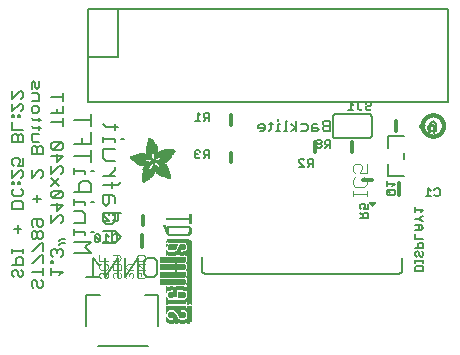
<source format=gbr>
G04 EAGLE Gerber RS-274X export*
G75*
%MOMM*%
%FSLAX34Y34*%
%LPD*%
%INSilkscreen Bottom*%
%IPPOS*%
%AMOC8*
5,1,8,0,0,1.08239X$1,22.5*%
G01*
%ADD10C,0.127000*%
%ADD11C,0.203200*%
%ADD12C,0.101600*%
%ADD13C,0.304800*%
%ADD14C,0.152400*%
%ADD15R,0.050800X0.006300*%
%ADD16R,0.082600X0.006400*%
%ADD17R,0.120600X0.006300*%
%ADD18R,0.139700X0.006400*%
%ADD19R,0.158800X0.006300*%
%ADD20R,0.177800X0.006400*%
%ADD21R,0.196800X0.006300*%
%ADD22R,0.215900X0.006400*%
%ADD23R,0.228600X0.006300*%
%ADD24R,0.241300X0.006400*%
%ADD25R,0.254000X0.006300*%
%ADD26R,0.266700X0.006400*%
%ADD27R,0.279400X0.006300*%
%ADD28R,0.285700X0.006400*%
%ADD29R,0.298400X0.006300*%
%ADD30R,0.311200X0.006400*%
%ADD31R,0.317500X0.006300*%
%ADD32R,0.330200X0.006400*%
%ADD33R,0.336600X0.006300*%
%ADD34R,0.349200X0.006400*%
%ADD35R,0.361900X0.006300*%
%ADD36R,0.368300X0.006400*%
%ADD37R,0.381000X0.006300*%
%ADD38R,0.387300X0.006400*%
%ADD39R,0.393700X0.006300*%
%ADD40R,0.406400X0.006400*%
%ADD41R,0.412700X0.006300*%
%ADD42R,0.419100X0.006400*%
%ADD43R,0.431800X0.006300*%
%ADD44R,0.438100X0.006400*%
%ADD45R,0.450800X0.006300*%
%ADD46R,0.457200X0.006400*%
%ADD47R,0.463500X0.006300*%
%ADD48R,0.476200X0.006400*%
%ADD49R,0.482600X0.006300*%
%ADD50R,0.488900X0.006400*%
%ADD51R,0.501600X0.006300*%
%ADD52R,0.508000X0.006400*%
%ADD53R,0.514300X0.006300*%
%ADD54R,0.527000X0.006400*%
%ADD55R,0.533400X0.006300*%
%ADD56R,0.546100X0.006400*%
%ADD57R,0.552400X0.006300*%
%ADD58R,0.558800X0.006400*%
%ADD59R,0.571500X0.006300*%
%ADD60R,0.577800X0.006400*%
%ADD61R,0.584200X0.006300*%
%ADD62R,0.596900X0.006400*%
%ADD63R,0.603200X0.006300*%
%ADD64R,0.609600X0.006400*%
%ADD65R,0.622300X0.006300*%
%ADD66R,0.628600X0.006400*%
%ADD67R,0.641300X0.006300*%
%ADD68R,0.647700X0.006400*%
%ADD69R,0.063500X0.006300*%
%ADD70R,0.654000X0.006300*%
%ADD71R,0.101600X0.006400*%
%ADD72R,0.666700X0.006400*%
%ADD73R,0.139700X0.006300*%
%ADD74R,0.673100X0.006300*%
%ADD75R,0.165100X0.006400*%
%ADD76R,0.679400X0.006400*%
%ADD77R,0.196900X0.006300*%
%ADD78R,0.692100X0.006300*%
%ADD79R,0.222200X0.006400*%
%ADD80R,0.698500X0.006400*%
%ADD81R,0.247700X0.006300*%
%ADD82R,0.704800X0.006300*%
%ADD83R,0.279400X0.006400*%
%ADD84R,0.717500X0.006400*%
%ADD85R,0.298500X0.006300*%
%ADD86R,0.723900X0.006300*%
%ADD87R,0.736600X0.006400*%
%ADD88R,0.342900X0.006300*%
%ADD89R,0.742900X0.006300*%
%ADD90R,0.374700X0.006400*%
%ADD91R,0.749300X0.006400*%
%ADD92R,0.762000X0.006300*%
%ADD93R,0.412700X0.006400*%
%ADD94R,0.768300X0.006400*%
%ADD95R,0.438100X0.006300*%
%ADD96R,0.774700X0.006300*%
%ADD97R,0.463600X0.006400*%
%ADD98R,0.787400X0.006400*%
%ADD99R,0.793700X0.006300*%
%ADD100R,0.495300X0.006400*%
%ADD101R,0.800100X0.006400*%
%ADD102R,0.520700X0.006300*%
%ADD103R,0.812800X0.006300*%
%ADD104R,0.533400X0.006400*%
%ADD105R,0.819100X0.006400*%
%ADD106R,0.558800X0.006300*%
%ADD107R,0.825500X0.006300*%
%ADD108R,0.577900X0.006400*%
%ADD109R,0.831800X0.006400*%
%ADD110R,0.596900X0.006300*%
%ADD111R,0.844500X0.006300*%
%ADD112R,0.616000X0.006400*%
%ADD113R,0.850900X0.006400*%
%ADD114R,0.635000X0.006300*%
%ADD115R,0.857200X0.006300*%
%ADD116R,0.654100X0.006400*%
%ADD117R,0.863600X0.006400*%
%ADD118R,0.666700X0.006300*%
%ADD119R,0.869900X0.006300*%
%ADD120R,0.685800X0.006400*%
%ADD121R,0.876300X0.006400*%
%ADD122R,0.882600X0.006300*%
%ADD123R,0.723900X0.006400*%
%ADD124R,0.889000X0.006400*%
%ADD125R,0.895300X0.006300*%
%ADD126R,0.755700X0.006400*%
%ADD127R,0.901700X0.006400*%
%ADD128R,0.908000X0.006300*%
%ADD129R,0.793800X0.006400*%
%ADD130R,0.914400X0.006400*%
%ADD131R,0.806400X0.006300*%
%ADD132R,0.920700X0.006300*%
%ADD133R,0.825500X0.006400*%
%ADD134R,0.927100X0.006400*%
%ADD135R,0.933400X0.006300*%
%ADD136R,0.857300X0.006400*%
%ADD137R,0.939800X0.006400*%
%ADD138R,0.870000X0.006300*%
%ADD139R,0.939800X0.006300*%
%ADD140R,0.946100X0.006400*%
%ADD141R,0.952500X0.006300*%
%ADD142R,0.908000X0.006400*%
%ADD143R,0.958800X0.006400*%
%ADD144R,0.965200X0.006300*%
%ADD145R,0.965200X0.006400*%
%ADD146R,0.971500X0.006300*%
%ADD147R,0.952500X0.006400*%
%ADD148R,0.977900X0.006400*%
%ADD149R,0.958800X0.006300*%
%ADD150R,0.984200X0.006300*%
%ADD151R,0.971500X0.006400*%
%ADD152R,0.984200X0.006400*%
%ADD153R,0.990600X0.006300*%
%ADD154R,0.984300X0.006400*%
%ADD155R,0.996900X0.006400*%
%ADD156R,0.997000X0.006300*%
%ADD157R,0.996900X0.006300*%
%ADD158R,1.003300X0.006400*%
%ADD159R,1.016000X0.006300*%
%ADD160R,1.009600X0.006300*%
%ADD161R,1.016000X0.006400*%
%ADD162R,1.009600X0.006400*%
%ADD163R,1.022300X0.006300*%
%ADD164R,1.028700X0.006400*%
%ADD165R,1.035100X0.006300*%
%ADD166R,1.047800X0.006400*%
%ADD167R,1.054100X0.006300*%
%ADD168R,1.028700X0.006300*%
%ADD169R,1.054100X0.006400*%
%ADD170R,1.035000X0.006400*%
%ADD171R,1.060400X0.006300*%
%ADD172R,1.035000X0.006300*%
%ADD173R,1.060500X0.006400*%
%ADD174R,1.041400X0.006400*%
%ADD175R,1.066800X0.006300*%
%ADD176R,1.041400X0.006300*%
%ADD177R,1.079500X0.006400*%
%ADD178R,1.047700X0.006400*%
%ADD179R,1.085900X0.006300*%
%ADD180R,1.047700X0.006300*%
%ADD181R,1.085800X0.006400*%
%ADD182R,1.092200X0.006300*%
%ADD183R,1.085900X0.006400*%
%ADD184R,1.098600X0.006300*%
%ADD185R,1.098600X0.006400*%
%ADD186R,1.060400X0.006400*%
%ADD187R,1.104900X0.006300*%
%ADD188R,1.104900X0.006400*%
%ADD189R,1.066800X0.006400*%
%ADD190R,1.111200X0.006300*%
%ADD191R,1.117600X0.006400*%
%ADD192R,1.117600X0.006300*%
%ADD193R,1.073100X0.006300*%
%ADD194R,1.073100X0.006400*%
%ADD195R,1.124000X0.006300*%
%ADD196R,1.079500X0.006300*%
%ADD197R,1.123900X0.006400*%
%ADD198R,1.130300X0.006300*%
%ADD199R,1.130300X0.006400*%
%ADD200R,1.136700X0.006400*%
%ADD201R,1.136700X0.006300*%
%ADD202R,1.085800X0.006300*%
%ADD203R,1.136600X0.006400*%
%ADD204R,1.136600X0.006300*%
%ADD205R,1.143000X0.006400*%
%ADD206R,1.143000X0.006300*%
%ADD207R,1.149400X0.006300*%
%ADD208R,1.149300X0.006300*%
%ADD209R,1.149300X0.006400*%
%ADD210R,1.149400X0.006400*%
%ADD211R,1.155700X0.006400*%
%ADD212R,1.155700X0.006300*%
%ADD213R,1.060500X0.006300*%
%ADD214R,2.197100X0.006400*%
%ADD215R,2.197100X0.006300*%
%ADD216R,2.184400X0.006300*%
%ADD217R,2.184400X0.006400*%
%ADD218R,2.171700X0.006400*%
%ADD219R,2.171700X0.006300*%
%ADD220R,1.530300X0.006400*%
%ADD221R,1.505000X0.006300*%
%ADD222R,1.492300X0.006400*%
%ADD223R,1.485900X0.006300*%
%ADD224R,0.565200X0.006300*%
%ADD225R,1.473200X0.006400*%
%ADD226R,0.565200X0.006400*%
%ADD227R,1.460500X0.006300*%
%ADD228R,1.454100X0.006400*%
%ADD229R,0.552400X0.006400*%
%ADD230R,1.441500X0.006300*%
%ADD231R,0.546100X0.006300*%
%ADD232R,1.435100X0.006400*%
%ADD233R,0.539800X0.006400*%
%ADD234R,1.428800X0.006300*%
%ADD235R,1.422400X0.006400*%
%ADD236R,1.409700X0.006300*%
%ADD237R,0.527100X0.006300*%
%ADD238R,1.403300X0.006400*%
%ADD239R,0.527100X0.006400*%
%ADD240R,1.390700X0.006300*%
%ADD241R,1.384300X0.006400*%
%ADD242R,0.520700X0.006400*%
%ADD243R,1.384300X0.006300*%
%ADD244R,0.514400X0.006300*%
%ADD245R,1.371600X0.006400*%
%ADD246R,1.365200X0.006300*%
%ADD247R,0.508000X0.006300*%
%ADD248R,1.352600X0.006400*%
%ADD249R,0.501700X0.006400*%
%ADD250R,0.711200X0.006300*%
%ADD251R,0.603300X0.006300*%
%ADD252R,0.501700X0.006300*%
%ADD253R,0.692100X0.006400*%
%ADD254R,0.571500X0.006400*%
%ADD255R,0.679400X0.006300*%
%ADD256R,0.495300X0.006300*%
%ADD257R,0.673100X0.006400*%
%ADD258R,0.666800X0.006300*%
%ADD259R,0.488900X0.006300*%
%ADD260R,0.660400X0.006400*%
%ADD261R,0.482600X0.006400*%
%ADD262R,0.476200X0.006300*%
%ADD263R,0.654000X0.006400*%
%ADD264R,0.469900X0.006400*%
%ADD265R,0.476300X0.006400*%
%ADD266R,0.647700X0.006300*%
%ADD267R,0.457200X0.006300*%
%ADD268R,0.469900X0.006300*%
%ADD269R,0.641300X0.006400*%
%ADD270R,0.444500X0.006400*%
%ADD271R,0.463600X0.006300*%
%ADD272R,0.635000X0.006400*%
%ADD273R,0.463500X0.006400*%
%ADD274R,0.393700X0.006400*%
%ADD275R,0.450800X0.006400*%
%ADD276R,0.628600X0.006300*%
%ADD277R,0.387400X0.006300*%
%ADD278R,0.450900X0.006300*%
%ADD279R,0.628700X0.006400*%
%ADD280R,0.374600X0.006400*%
%ADD281R,0.368300X0.006300*%
%ADD282R,0.438200X0.006300*%
%ADD283R,0.622300X0.006400*%
%ADD284R,0.355600X0.006400*%
%ADD285R,0.431800X0.006400*%
%ADD286R,0.349300X0.006300*%
%ADD287R,0.425400X0.006300*%
%ADD288R,0.615900X0.006300*%
%ADD289R,0.330200X0.006300*%
%ADD290R,0.419100X0.006300*%
%ADD291R,0.616000X0.006300*%
%ADD292R,0.311200X0.006300*%
%ADD293R,0.406400X0.006300*%
%ADD294R,0.615900X0.006400*%
%ADD295R,0.304800X0.006400*%
%ADD296R,0.158800X0.006400*%
%ADD297R,0.609600X0.006300*%
%ADD298R,0.292100X0.006300*%
%ADD299R,0.235000X0.006300*%
%ADD300R,0.387400X0.006400*%
%ADD301R,0.292100X0.006400*%
%ADD302R,0.336500X0.006300*%
%ADD303R,0.260400X0.006300*%
%ADD304R,0.603300X0.006400*%
%ADD305R,0.260400X0.006400*%
%ADD306R,0.362000X0.006400*%
%ADD307R,0.450900X0.006400*%
%ADD308R,0.355600X0.006300*%
%ADD309R,0.342900X0.006400*%
%ADD310R,0.514300X0.006400*%
%ADD311R,0.234900X0.006300*%
%ADD312R,0.539700X0.006300*%
%ADD313R,0.603200X0.006400*%
%ADD314R,0.234900X0.006400*%
%ADD315R,0.920700X0.006400*%
%ADD316R,0.958900X0.006400*%
%ADD317R,0.215900X0.006300*%
%ADD318R,0.209600X0.006400*%
%ADD319R,0.203200X0.006300*%
%ADD320R,1.003300X0.006300*%
%ADD321R,0.203200X0.006400*%
%ADD322R,0.196900X0.006400*%
%ADD323R,0.190500X0.006300*%
%ADD324R,0.190500X0.006400*%
%ADD325R,0.184200X0.006300*%
%ADD326R,0.590500X0.006400*%
%ADD327R,0.184200X0.006400*%
%ADD328R,0.590500X0.006300*%
%ADD329R,0.177800X0.006300*%
%ADD330R,0.584200X0.006400*%
%ADD331R,1.168400X0.006400*%
%ADD332R,0.171500X0.006300*%
%ADD333R,1.187500X0.006300*%
%ADD334R,1.200100X0.006400*%
%ADD335R,0.577800X0.006300*%
%ADD336R,1.212900X0.006300*%
%ADD337R,1.231900X0.006400*%
%ADD338R,1.250900X0.006300*%
%ADD339R,0.565100X0.006400*%
%ADD340R,0.184100X0.006400*%
%ADD341R,1.263700X0.006400*%
%ADD342R,0.565100X0.006300*%
%ADD343R,1.289100X0.006300*%
%ADD344R,1.314400X0.006400*%
%ADD345R,0.552500X0.006300*%
%ADD346R,1.568500X0.006300*%
%ADD347R,0.552500X0.006400*%
%ADD348R,1.581200X0.006400*%
%ADD349R,1.593800X0.006300*%
%ADD350R,1.606500X0.006400*%
%ADD351R,1.619300X0.006300*%
%ADD352R,0.514400X0.006400*%
%ADD353R,1.638300X0.006400*%
%ADD354R,1.657300X0.006300*%
%ADD355R,2.209800X0.006400*%
%ADD356R,2.425700X0.006300*%
%ADD357R,2.470100X0.006400*%
%ADD358R,2.501900X0.006300*%
%ADD359R,2.533700X0.006400*%
%ADD360R,2.559000X0.006300*%
%ADD361R,2.584500X0.006400*%
%ADD362R,2.609900X0.006300*%
%ADD363R,2.628900X0.006400*%
%ADD364R,2.660600X0.006300*%
%ADD365R,2.673400X0.006400*%
%ADD366R,1.422400X0.006300*%
%ADD367R,1.200200X0.006300*%
%ADD368R,1.365300X0.006300*%
%ADD369R,1.365300X0.006400*%
%ADD370R,1.352500X0.006300*%
%ADD371R,1.098500X0.006300*%
%ADD372R,1.358900X0.006400*%
%ADD373R,1.352600X0.006300*%
%ADD374R,1.358900X0.006300*%
%ADD375R,1.371600X0.006300*%
%ADD376R,1.377900X0.006400*%
%ADD377R,1.397000X0.006400*%
%ADD378R,1.403300X0.006300*%
%ADD379R,0.914400X0.006300*%
%ADD380R,0.876300X0.006300*%
%ADD381R,0.374600X0.006300*%
%ADD382R,1.073200X0.006400*%
%ADD383R,0.374700X0.006300*%
%ADD384R,0.844600X0.006400*%
%ADD385R,0.844600X0.006300*%
%ADD386R,0.831900X0.006400*%
%ADD387R,1.092200X0.006400*%
%ADD388R,0.400000X0.006300*%
%ADD389R,0.819200X0.006400*%
%ADD390R,1.111300X0.006400*%
%ADD391R,0.812800X0.006400*%
%ADD392R,0.800100X0.006300*%
%ADD393R,0.476300X0.006300*%
%ADD394R,1.181100X0.006300*%
%ADD395R,0.501600X0.006400*%
%ADD396R,1.193800X0.006400*%
%ADD397R,0.781000X0.006400*%
%ADD398R,1.238200X0.006400*%
%ADD399R,0.781100X0.006300*%
%ADD400R,1.257300X0.006300*%
%ADD401R,1.295400X0.006400*%
%ADD402R,1.333500X0.006300*%
%ADD403R,0.774700X0.006400*%
%ADD404R,1.866900X0.006400*%
%ADD405R,0.209600X0.006300*%
%ADD406R,1.866900X0.006300*%
%ADD407R,0.768400X0.006400*%
%ADD408R,0.209500X0.006400*%
%ADD409R,1.860600X0.006400*%
%ADD410R,0.762000X0.006400*%
%ADD411R,0.768400X0.006300*%
%ADD412R,1.860600X0.006300*%
%ADD413R,1.860500X0.006400*%
%ADD414R,0.222300X0.006300*%
%ADD415R,1.854200X0.006300*%
%ADD416R,0.235000X0.006400*%
%ADD417R,1.854200X0.006400*%
%ADD418R,0.768300X0.006300*%
%ADD419R,0.260300X0.006400*%
%ADD420R,1.847800X0.006400*%
%ADD421R,0.266700X0.006300*%
%ADD422R,1.847800X0.006300*%
%ADD423R,0.273100X0.006400*%
%ADD424R,1.841500X0.006400*%
%ADD425R,0.285800X0.006300*%
%ADD426R,1.841500X0.006300*%
%ADD427R,0.298500X0.006400*%
%ADD428R,1.835100X0.006400*%
%ADD429R,0.781000X0.006300*%
%ADD430R,0.304800X0.006300*%
%ADD431R,1.835100X0.006300*%
%ADD432R,0.317500X0.006400*%
%ADD433R,1.828800X0.006400*%
%ADD434R,0.787400X0.006300*%
%ADD435R,0.323800X0.006300*%
%ADD436R,1.828800X0.006300*%
%ADD437R,0.793700X0.006400*%
%ADD438R,1.822400X0.006400*%
%ADD439R,0.806500X0.006300*%
%ADD440R,1.822400X0.006300*%
%ADD441R,1.816100X0.006400*%
%ADD442R,0.819100X0.006300*%
%ADD443R,0.387300X0.006300*%
%ADD444R,1.816100X0.006300*%
%ADD445R,1.809800X0.006400*%
%ADD446R,1.803400X0.006300*%
%ADD447R,1.797000X0.006400*%
%ADD448R,0.901700X0.006300*%
%ADD449R,1.797000X0.006300*%
%ADD450R,1.441400X0.006400*%
%ADD451R,1.790700X0.006400*%
%ADD452R,1.447800X0.006300*%
%ADD453R,1.784300X0.006300*%
%ADD454R,1.447800X0.006400*%
%ADD455R,1.784300X0.006400*%
%ADD456R,1.454100X0.006300*%
%ADD457R,1.771700X0.006300*%
%ADD458R,1.460500X0.006400*%
%ADD459R,1.759000X0.006400*%
%ADD460R,1.466800X0.006300*%
%ADD461R,1.752600X0.006300*%
%ADD462R,1.466800X0.006400*%
%ADD463R,1.739900X0.006400*%
%ADD464R,1.473200X0.006300*%
%ADD465R,1.727200X0.006300*%
%ADD466R,1.479500X0.006400*%
%ADD467R,1.714500X0.006400*%
%ADD468R,1.695400X0.006300*%
%ADD469R,1.485900X0.006400*%
%ADD470R,1.682700X0.006400*%
%ADD471R,1.492200X0.006300*%
%ADD472R,1.663700X0.006300*%
%ADD473R,1.498600X0.006400*%
%ADD474R,1.644600X0.006400*%
%ADD475R,1.498600X0.006300*%
%ADD476R,1.619200X0.006300*%
%ADD477R,1.511300X0.006400*%
%ADD478R,1.600200X0.006400*%
%ADD479R,1.517700X0.006300*%
%ADD480R,1.574800X0.006300*%
%ADD481R,1.524000X0.006400*%
%ADD482R,1.555800X0.006400*%
%ADD483R,1.524000X0.006300*%
%ADD484R,1.536700X0.006300*%
%ADD485R,1.530400X0.006400*%
%ADD486R,1.517700X0.006400*%
%ADD487R,1.492300X0.006300*%
%ADD488R,1.549400X0.006400*%
%ADD489R,1.479600X0.006400*%
%ADD490R,1.549400X0.006300*%
%ADD491R,1.555700X0.006400*%
%ADD492R,1.562100X0.006300*%
%ADD493R,0.323900X0.006300*%
%ADD494R,1.568400X0.006400*%
%ADD495R,0.336600X0.006400*%
%ADD496R,1.587500X0.006300*%
%ADD497R,0.971600X0.006300*%
%ADD498R,0.349300X0.006400*%
%ADD499R,1.600200X0.006300*%
%ADD500R,0.920800X0.006300*%
%ADD501R,0.882700X0.006400*%
%ADD502R,1.612900X0.006300*%
%ADD503R,0.362000X0.006300*%
%ADD504R,1.625600X0.006400*%
%ADD505R,1.625600X0.006300*%
%ADD506R,1.644600X0.006300*%
%ADD507R,0.736600X0.006300*%
%ADD508R,0.717600X0.006400*%
%ADD509R,1.657400X0.006300*%
%ADD510R,0.679500X0.006300*%
%ADD511R,1.663700X0.006400*%
%ADD512R,0.400000X0.006400*%
%ADD513R,1.676400X0.006300*%
%ADD514R,1.676400X0.006400*%
%ADD515R,0.425500X0.006400*%
%ADD516R,1.352500X0.006400*%
%ADD517R,0.444500X0.006300*%
%ADD518R,0.361900X0.006400*%
%ADD519R,0.088900X0.006300*%
%ADD520R,1.009700X0.006300*%
%ADD521R,1.009700X0.006400*%
%ADD522R,1.022300X0.006400*%
%ADD523R,1.346200X0.006400*%
%ADD524R,1.346200X0.006300*%
%ADD525R,1.339900X0.006400*%
%ADD526R,1.035100X0.006400*%
%ADD527R,1.339800X0.006300*%
%ADD528R,1.333500X0.006400*%
%ADD529R,1.327200X0.006400*%
%ADD530R,1.320800X0.006300*%
%ADD531R,1.314500X0.006400*%
%ADD532R,1.314400X0.006300*%
%ADD533R,1.301700X0.006400*%
%ADD534R,1.295400X0.006300*%
%ADD535R,1.289000X0.006400*%
%ADD536R,1.276300X0.006300*%
%ADD537R,1.251000X0.006300*%
%ADD538R,1.244600X0.006400*%
%ADD539R,1.231900X0.006300*%
%ADD540R,1.212800X0.006400*%
%ADD541R,1.200100X0.006300*%
%ADD542R,1.187400X0.006400*%
%ADD543R,1.168400X0.006300*%
%ADD544R,1.047800X0.006300*%
%ADD545R,0.977900X0.006300*%
%ADD546R,0.946200X0.006400*%
%ADD547R,0.933400X0.006400*%
%ADD548R,0.895300X0.006400*%
%ADD549R,0.882700X0.006300*%
%ADD550R,0.863600X0.006300*%
%ADD551R,0.857200X0.006400*%
%ADD552R,0.850900X0.006300*%
%ADD553R,0.838200X0.006300*%
%ADD554R,0.806500X0.006400*%
%ADD555R,0.717600X0.006300*%
%ADD556R,0.711200X0.006400*%
%ADD557R,0.641400X0.006400*%
%ADD558R,0.641400X0.006300*%
%ADD559R,0.628700X0.006300*%
%ADD560R,0.590600X0.006300*%
%ADD561R,0.539700X0.006400*%
%ADD562R,0.285700X0.006300*%
%ADD563R,0.222200X0.006300*%
%ADD564R,0.171400X0.006300*%
%ADD565R,0.152400X0.006400*%
%ADD566R,0.133400X0.006300*%
%ADD567R,0.022863X0.462278*%
%ADD568R,0.022863X0.462281*%
%ADD569R,0.022863X0.436881*%
%ADD570R,0.023113X0.462278*%
%ADD571R,0.023113X0.462281*%
%ADD572R,0.023113X0.436881*%
%ADD573R,0.023116X0.462278*%
%ADD574R,0.023116X0.462281*%
%ADD575R,0.023116X0.436881*%
%ADD576R,0.023113X0.022863*%
%ADD577R,0.023116X0.091441*%
%ADD578R,0.023113X0.139700*%
%ADD579R,0.023116X0.185419*%
%ADD580R,0.023113X0.254000*%
%ADD581R,0.023113X0.299719*%
%ADD582R,0.023116X0.345438*%
%ADD583R,0.023113X0.391159*%
%ADD584R,0.023116X0.393700*%
%ADD585R,0.022863X0.325119*%
%ADD586R,0.022863X0.599438*%
%ADD587R,0.022863X0.622300*%
%ADD588R,0.022863X0.530859*%
%ADD589R,0.022863X0.439422*%
%ADD590R,0.022863X0.231138*%
%ADD591R,0.022863X0.071119*%
%ADD592R,0.022863X0.533400*%
%ADD593R,0.022863X0.208281*%
%ADD594R,0.023113X0.345441*%
%ADD595R,0.023113X0.576578*%
%ADD596R,0.023113X0.599438*%
%ADD597R,0.023113X0.508000*%
%ADD598R,0.023113X0.416563*%
%ADD599R,0.023113X0.208278*%
%ADD600R,0.023113X0.553722*%
%ADD601R,0.023113X0.208281*%
%ADD602R,0.023116X0.345441*%
%ADD603R,0.023116X0.530859*%
%ADD604R,0.023116X0.370841*%
%ADD605R,0.023116X0.162559*%
%ADD606R,0.023116X0.576581*%
%ADD607R,0.023116X0.208281*%
%ADD608R,0.023113X0.322578*%
%ADD609R,0.023113X0.485137*%
%ADD610R,0.023113X0.416559*%
%ADD611R,0.023113X0.347981*%
%ADD612R,0.023113X0.116838*%
%ADD613R,0.023113X0.647700*%
%ADD614R,0.023116X0.322581*%
%ADD615R,0.023116X0.485137*%
%ADD616R,0.023116X0.093978*%
%ADD617R,0.023116X0.231141*%
%ADD618R,0.023116X0.693419*%
%ADD619R,0.023113X0.322581*%
%ADD620R,0.023113X0.439419*%
%ADD621R,0.023113X0.370841*%
%ADD622R,0.023113X0.299722*%
%ADD623R,0.023113X0.045719*%
%ADD624R,0.023113X0.739138*%
%ADD625R,0.023113X0.414019*%
%ADD626R,0.023113X0.347978*%
%ADD627R,0.023113X0.762000*%
%ADD628R,0.023116X0.414019*%
%ADD629R,0.023116X0.182881*%
%ADD630R,0.023116X0.347978*%
%ADD631R,0.023116X0.276863*%
%ADD632R,0.023116X0.116841*%
%ADD633R,0.023116X0.276859*%
%ADD634R,0.023116X0.784863*%
%ADD635R,0.023113X0.325119*%
%ADD636R,0.023113X0.276863*%
%ADD637R,0.023113X0.276859*%
%ADD638R,0.023116X0.325119*%
%ADD639R,0.023116X0.391159*%
%ADD640R,0.023116X0.302259*%
%ADD641R,0.023116X0.254000*%
%ADD642R,0.023113X0.302259*%
%ADD643R,0.023113X0.393700*%
%ADD644R,0.023113X0.231141*%
%ADD645R,0.022863X0.302259*%
%ADD646R,0.022863X0.439419*%
%ADD647R,0.022863X0.368300*%
%ADD648R,0.022863X0.391159*%
%ADD649R,0.022863X0.416559*%
%ADD650R,0.022863X0.276863*%
%ADD651R,0.022863X0.205741*%
%ADD652R,0.023113X0.368300*%
%ADD653R,0.023113X0.205741*%
%ADD654R,0.023116X0.368300*%
%ADD655R,0.023116X0.205741*%
%ADD656R,0.023113X0.182881*%
%ADD657R,0.022863X0.276859*%
%ADD658R,0.022863X0.182881*%
%ADD659R,0.023113X0.924559*%
%ADD660R,0.023116X0.924559*%
%ADD661R,0.023113X0.901700*%
%ADD662R,0.023116X0.901700*%
%ADD663R,0.023113X0.878841*%
%ADD664R,0.023116X0.855981*%
%ADD665R,0.023113X0.833119*%
%ADD666R,0.022863X0.787400*%
%ADD667R,0.022863X0.414019*%
%ADD668R,0.022863X0.924559*%
%ADD669R,0.023113X0.739141*%
%ADD670R,0.023116X0.716281*%
%ADD671R,0.023116X0.299722*%
%ADD672R,0.023113X0.670559*%
%ADD673R,0.023116X0.647700*%
%ADD674R,0.023116X0.508000*%
%ADD675R,0.023116X0.299719*%
%ADD676R,0.023113X0.601981*%
%ADD677R,0.023113X0.530859*%
%ADD678R,0.023113X0.231138*%
%ADD679R,0.023113X0.556259*%
%ADD680R,0.023113X0.185419*%
%ADD681R,0.023116X0.533400*%
%ADD682R,0.023116X0.599438*%
%ADD683R,0.023116X0.416563*%
%ADD684R,0.023116X0.116838*%
%ADD685R,0.023113X0.485141*%
%ADD686R,0.023113X0.645159*%
%ADD687R,0.023113X0.716278*%
%ADD688R,0.022863X0.393700*%
%ADD689R,0.022863X0.762000*%
%ADD690R,0.022863X0.624841*%
%ADD691R,0.023113X0.784859*%
%ADD692R,0.023113X0.693422*%
%ADD693R,0.023116X0.830578*%
%ADD694R,0.023116X0.739141*%
%ADD695R,0.023113X0.876300*%
%ADD696R,0.023113X0.807722*%
%ADD697R,0.023116X0.899159*%
%ADD698R,0.023116X0.878841*%
%ADD699R,0.023113X0.922019*%
%ADD700R,0.023113X0.947419*%
%ADD701R,0.023116X0.970278*%
%ADD702R,0.023113X0.970278*%
%ADD703R,0.023116X0.439419*%
%ADD704R,0.022863X0.299722*%
%ADD705R,0.023116X0.416559*%
%ADD706R,0.023116X0.347981*%
%ADD707R,0.023113X0.137159*%
%ADD708R,0.023113X0.093978*%
%ADD709R,0.023113X0.091441*%
%ADD710R,0.023113X0.093981*%
%ADD711R,0.023113X0.114300*%
%ADD712R,0.023116X0.045719*%
%ADD713R,0.023116X0.045722*%
%ADD714R,0.023113X0.071119*%
%ADD715R,0.023113X0.116841*%
%ADD716R,0.023116X0.139700*%
%ADD717R,0.022863X0.322581*%
%ADD718R,0.022863X0.345441*%
%ADD719R,0.022863X0.162559*%
%ADD720R,0.022863X0.576581*%
%ADD721R,0.023113X0.668019*%
%ADD722R,0.023113X0.533400*%
%ADD723R,0.023116X1.455419*%
%ADD724R,0.023116X5.519419*%
%ADD725R,0.023113X1.455419*%
%ADD726R,0.023113X5.519419*%
%ADD727R,0.023116X5.494019*%
%ADD728R,0.023113X1.430019*%
%ADD729R,0.023113X5.494019*%
%ADD730R,0.023116X1.430019*%
%ADD731R,0.023116X5.471159*%
%ADD732R,0.023116X0.762000*%
%ADD733R,0.023113X1.407159*%
%ADD734R,0.023113X5.471159*%
%ADD735R,0.022863X1.384300*%
%ADD736R,0.022863X5.448300*%
%ADD737R,0.022863X0.716278*%
%ADD738R,0.022863X0.878841*%
%ADD739R,0.023113X1.361438*%
%ADD740R,0.023113X5.425438*%
%ADD741R,0.023116X1.338578*%
%ADD742R,0.023116X5.402578*%
%ADD743R,0.023116X0.624841*%
%ADD744R,0.023113X1.292859*%
%ADD745R,0.023113X5.356859*%
%ADD746R,0.023116X1.224278*%
%ADD747R,0.023116X5.288278*%

G36*
X245924Y113731D02*
X245924Y113731D01*
X245958Y113728D01*
X246034Y113748D01*
X246111Y113760D01*
X246141Y113777D01*
X246175Y113786D01*
X246239Y113831D01*
X246307Y113869D01*
X246333Y113899D01*
X246358Y113916D01*
X246384Y113955D01*
X246433Y114008D01*
X248973Y117818D01*
X248983Y117841D01*
X248997Y117859D01*
X248998Y117861D01*
X249000Y117864D01*
X249028Y117945D01*
X249062Y118024D01*
X249064Y118051D01*
X249072Y118076D01*
X249070Y118162D01*
X249074Y118248D01*
X249066Y118274D01*
X249066Y118301D01*
X249033Y118380D01*
X249008Y118462D01*
X248991Y118484D01*
X248981Y118508D01*
X248923Y118572D01*
X248871Y118640D01*
X248848Y118654D01*
X248830Y118674D01*
X248753Y118713D01*
X248681Y118759D01*
X248654Y118764D01*
X248630Y118777D01*
X248500Y118796D01*
X248461Y118804D01*
X248454Y118803D01*
X248445Y118804D01*
X243365Y118804D01*
X243339Y118800D01*
X243312Y118802D01*
X243229Y118780D01*
X243144Y118765D01*
X243121Y118751D01*
X243095Y118744D01*
X243025Y118694D01*
X242951Y118650D01*
X242934Y118630D01*
X242912Y118614D01*
X242864Y118543D01*
X242810Y118476D01*
X242801Y118451D01*
X242786Y118429D01*
X242765Y118345D01*
X242738Y118264D01*
X242739Y118237D01*
X242732Y118211D01*
X242742Y118125D01*
X242744Y118039D01*
X242754Y118015D01*
X242757Y117988D01*
X242814Y117868D01*
X242829Y117832D01*
X242831Y117829D01*
X242832Y117827D01*
X242835Y117824D01*
X242837Y117818D01*
X245377Y114008D01*
X245431Y113952D01*
X245479Y113890D01*
X245509Y113872D01*
X245533Y113846D01*
X245603Y113813D01*
X245669Y113771D01*
X245704Y113764D01*
X245735Y113749D01*
X245812Y113742D01*
X245889Y113726D01*
X245924Y113731D01*
G37*
D10*
X-19639Y56220D02*
X-16335Y59524D01*
X-26249Y59524D01*
X-26249Y56220D02*
X-26249Y62829D01*
X-26249Y66510D02*
X-24597Y66510D01*
X-24597Y68163D01*
X-26249Y68163D01*
X-26249Y66510D01*
X-17987Y71656D02*
X-16335Y73308D01*
X-16335Y76613D01*
X-17987Y78265D01*
X-19639Y78265D01*
X-21292Y76613D01*
X-21292Y74960D01*
X-21292Y76613D02*
X-22944Y78265D01*
X-24597Y78265D01*
X-26249Y76613D01*
X-26249Y73308D01*
X-24597Y71656D01*
X-17987Y83599D02*
X-14682Y83599D01*
X-17987Y83599D02*
X-19639Y81946D01*
X-17987Y86903D02*
X-14682Y86903D01*
X-17987Y86903D02*
X-19639Y85251D01*
X-26249Y100813D02*
X-26249Y107422D01*
X-26249Y100813D02*
X-19639Y107422D01*
X-17987Y107422D01*
X-16335Y105770D01*
X-16335Y102465D01*
X-17987Y100813D01*
X-16335Y116060D02*
X-26249Y116060D01*
X-21292Y111103D02*
X-16335Y116060D01*
X-21292Y117713D02*
X-21292Y111103D01*
X-24597Y121394D02*
X-17987Y121394D01*
X-16335Y123046D01*
X-16335Y126351D01*
X-17987Y128004D01*
X-24597Y128004D01*
X-26249Y126351D01*
X-26249Y123046D01*
X-24597Y121394D01*
X-17987Y128004D01*
X-19639Y131685D02*
X-26249Y138294D01*
X-26249Y131685D02*
X-19639Y138294D01*
X-26249Y141975D02*
X-26249Y148585D01*
X-26249Y141975D02*
X-19639Y148585D01*
X-17987Y148585D01*
X-16335Y146932D01*
X-16335Y143628D01*
X-17987Y141975D01*
X-16335Y157223D02*
X-26249Y157223D01*
X-21292Y152266D02*
X-16335Y157223D01*
X-21292Y158876D02*
X-21292Y152266D01*
X-24597Y162557D02*
X-17987Y162557D01*
X-16335Y164209D01*
X-16335Y167514D01*
X-17987Y169166D01*
X-24597Y169166D01*
X-26249Y167514D01*
X-26249Y164209D01*
X-24597Y162557D01*
X-17987Y169166D01*
X-16335Y186443D02*
X-26249Y186443D01*
X-16335Y183138D02*
X-16335Y189748D01*
X-16335Y193429D02*
X-26249Y193429D01*
X-16335Y193429D02*
X-16335Y200038D01*
X-21292Y196734D02*
X-21292Y193429D01*
X-26249Y207024D02*
X-16335Y207024D01*
X-16335Y203719D02*
X-16335Y210329D01*
X-34751Y52538D02*
X-33099Y50886D01*
X-33099Y47581D01*
X-34751Y45929D01*
X-36403Y45929D01*
X-38056Y47581D01*
X-38056Y50886D01*
X-39708Y52538D01*
X-41361Y52538D01*
X-43013Y50886D01*
X-43013Y47581D01*
X-41361Y45929D01*
X-43013Y59524D02*
X-33099Y59524D01*
X-33099Y56220D02*
X-33099Y62829D01*
X-33099Y66510D02*
X-33099Y73120D01*
X-34751Y73120D01*
X-41361Y66510D01*
X-43013Y66510D01*
X-33099Y76801D02*
X-33099Y83411D01*
X-34751Y83411D01*
X-41361Y76801D01*
X-43013Y76801D01*
X-34751Y87092D02*
X-33099Y88744D01*
X-33099Y92049D01*
X-34751Y93701D01*
X-36403Y93701D01*
X-38056Y92049D01*
X-39708Y93701D01*
X-41361Y93701D01*
X-43013Y92049D01*
X-43013Y88744D01*
X-41361Y87092D01*
X-39708Y87092D01*
X-38056Y88744D01*
X-36403Y87092D01*
X-34751Y87092D01*
X-38056Y88744D02*
X-38056Y92049D01*
X-41361Y97382D02*
X-43013Y99035D01*
X-43013Y102339D01*
X-41361Y103992D01*
X-34751Y103992D01*
X-33099Y102339D01*
X-33099Y99035D01*
X-34751Y97382D01*
X-36403Y97382D01*
X-38056Y99035D01*
X-38056Y103992D01*
X-38056Y117964D02*
X-38056Y124573D01*
X-34751Y121268D02*
X-41361Y121268D01*
X-43013Y138545D02*
X-43013Y145155D01*
X-43013Y138545D02*
X-36403Y145155D01*
X-34751Y145155D01*
X-33099Y143502D01*
X-33099Y140197D01*
X-34751Y138545D01*
X-33099Y159126D02*
X-43013Y159126D01*
X-33099Y159126D02*
X-33099Y164084D01*
X-34751Y165736D01*
X-36403Y165736D01*
X-38056Y164084D01*
X-39708Y165736D01*
X-41361Y165736D01*
X-43013Y164084D01*
X-43013Y159126D01*
X-38056Y159126D02*
X-38056Y164084D01*
X-36403Y169417D02*
X-41361Y169417D01*
X-43013Y171069D01*
X-43013Y176027D01*
X-36403Y176027D01*
X-34751Y181360D02*
X-41361Y181360D01*
X-43013Y183013D01*
X-36403Y183013D02*
X-36403Y179708D01*
X-34751Y188221D02*
X-41361Y188221D01*
X-43013Y189873D01*
X-36403Y189873D02*
X-36403Y186568D01*
X-43013Y195081D02*
X-43013Y198386D01*
X-41361Y200038D01*
X-38056Y200038D01*
X-36403Y198386D01*
X-36403Y195081D01*
X-38056Y193429D01*
X-41361Y193429D01*
X-43013Y195081D01*
X-43013Y203719D02*
X-36403Y203719D01*
X-36403Y208677D01*
X-38056Y210329D01*
X-43013Y210329D01*
X-43013Y214010D02*
X-43013Y218967D01*
X-41361Y220620D01*
X-39708Y218967D01*
X-39708Y215662D01*
X-38056Y214010D01*
X-36403Y215662D01*
X-36403Y220620D01*
X-51515Y61114D02*
X-49863Y59462D01*
X-49863Y56157D01*
X-51515Y54504D01*
X-53167Y54504D01*
X-54820Y56157D01*
X-54820Y59462D01*
X-56472Y61114D01*
X-58125Y61114D01*
X-59777Y59462D01*
X-59777Y56157D01*
X-58125Y54504D01*
X-59777Y64795D02*
X-49863Y64795D01*
X-49863Y69752D01*
X-51515Y71405D01*
X-54820Y71405D01*
X-56472Y69752D01*
X-56472Y64795D01*
X-59777Y75086D02*
X-59777Y78391D01*
X-59777Y76738D02*
X-49863Y76738D01*
X-49863Y75086D02*
X-49863Y78391D01*
X-54820Y92237D02*
X-54820Y98847D01*
X-51515Y95542D02*
X-58125Y95542D01*
X-59777Y112818D02*
X-49863Y112818D01*
X-59777Y112818D02*
X-59777Y117776D01*
X-58125Y119428D01*
X-51515Y119428D01*
X-49863Y117776D01*
X-49863Y112818D01*
X-49863Y128066D02*
X-51515Y129719D01*
X-49863Y128066D02*
X-49863Y124761D01*
X-51515Y123109D01*
X-58125Y123109D01*
X-59777Y124761D01*
X-59777Y128066D01*
X-58125Y129719D01*
X-53167Y133400D02*
X-53167Y135052D01*
X-54820Y135052D01*
X-54820Y133400D01*
X-53167Y133400D01*
X-58125Y133400D02*
X-58125Y135052D01*
X-59777Y135052D01*
X-59777Y133400D01*
X-58125Y133400D01*
X-59777Y138545D02*
X-59777Y145155D01*
X-59777Y138545D02*
X-53167Y145155D01*
X-51515Y145155D01*
X-49863Y143502D01*
X-49863Y140197D01*
X-51515Y138545D01*
X-49863Y148836D02*
X-49863Y155445D01*
X-49863Y148836D02*
X-54820Y148836D01*
X-53167Y152141D01*
X-53167Y153793D01*
X-54820Y155445D01*
X-58125Y155445D01*
X-59777Y153793D01*
X-59777Y150488D01*
X-58125Y148836D01*
X-59777Y169417D02*
X-49863Y169417D01*
X-49863Y174374D01*
X-51515Y176027D01*
X-53167Y176027D01*
X-54820Y174374D01*
X-56472Y176027D01*
X-58125Y176027D01*
X-59777Y174374D01*
X-59777Y169417D01*
X-54820Y169417D02*
X-54820Y174374D01*
X-49863Y179708D02*
X-59777Y179708D01*
X-59777Y186317D01*
X-53167Y189998D02*
X-53167Y191651D01*
X-54820Y191651D01*
X-54820Y189998D01*
X-53167Y189998D01*
X-58125Y189998D02*
X-58125Y191651D01*
X-59777Y191651D01*
X-59777Y189998D01*
X-58125Y189998D01*
X-59777Y195144D02*
X-59777Y201753D01*
X-59777Y195144D02*
X-53167Y201753D01*
X-51515Y201753D01*
X-49863Y200101D01*
X-49863Y196796D01*
X-51515Y195144D01*
X-59777Y205435D02*
X-59777Y212044D01*
X-59777Y205435D02*
X-53167Y212044D01*
X-51515Y212044D01*
X-49863Y210392D01*
X-49863Y207087D01*
X-51515Y205435D01*
D11*
X17787Y84006D02*
X27617Y84006D01*
X32532Y88921D01*
X27617Y93836D01*
X17787Y93836D01*
X25159Y93836D02*
X25159Y84006D01*
X32532Y109272D02*
X17787Y109272D01*
X17787Y101900D01*
X20244Y99442D01*
X25159Y99442D01*
X27617Y101900D01*
X27617Y109272D01*
X27617Y117336D02*
X27617Y122251D01*
X25159Y124708D01*
X17787Y124708D01*
X17787Y117336D01*
X20244Y114878D01*
X22702Y117336D01*
X22702Y124708D01*
X17787Y132772D02*
X30074Y132772D01*
X32532Y135229D01*
X25159Y135229D02*
X25159Y130314D01*
X27617Y140605D02*
X17787Y140605D01*
X22702Y140605D02*
X27617Y145520D01*
X27617Y147977D01*
X27617Y153468D02*
X20244Y153468D01*
X17787Y155926D01*
X17787Y163298D01*
X27617Y163298D01*
X27617Y168904D02*
X27617Y171362D01*
X17787Y171362D01*
X17787Y173819D02*
X17787Y168904D01*
X32532Y171362D02*
X34989Y171362D01*
X30074Y181653D02*
X20244Y181653D01*
X17787Y184110D01*
X27617Y184110D02*
X27617Y179195D01*
X7386Y75002D02*
X-7359Y75002D01*
X2471Y79917D02*
X7386Y75002D01*
X2471Y79917D02*
X7386Y84831D01*
X-7359Y84831D01*
X2471Y90438D02*
X2471Y92895D01*
X-7359Y92895D01*
X-7359Y90438D02*
X-7359Y95353D01*
X7386Y92895D02*
X9843Y92895D01*
X2471Y100728D02*
X-7359Y100728D01*
X2471Y100728D02*
X2471Y108101D01*
X13Y110558D01*
X-7359Y110558D01*
X2471Y116165D02*
X2471Y118622D01*
X-7359Y118622D01*
X-7359Y116165D02*
X-7359Y121079D01*
X7386Y118622D02*
X9843Y118622D01*
X7386Y126455D02*
X-7359Y126455D01*
X7386Y126455D02*
X7386Y133828D01*
X4928Y136285D01*
X13Y136285D01*
X-2444Y133828D01*
X-2444Y126455D01*
X2471Y141891D02*
X2471Y144349D01*
X-7359Y144349D01*
X-7359Y146806D02*
X-7359Y141891D01*
X7386Y144349D02*
X9843Y144349D01*
X7386Y157097D02*
X-7359Y157097D01*
X7386Y152182D02*
X7386Y162012D01*
X7386Y167618D02*
X-7359Y167618D01*
X7386Y167618D02*
X7386Y177448D01*
X13Y172533D02*
X13Y167618D01*
X-7359Y187969D02*
X7386Y187969D01*
X7386Y183054D02*
X7386Y192884D01*
D10*
X209399Y187323D02*
X209399Y178425D01*
X209399Y187323D02*
X204950Y187323D01*
X203467Y185840D01*
X203467Y184357D01*
X204950Y182874D01*
X203467Y181391D01*
X203467Y179908D01*
X204950Y178425D01*
X209399Y178425D01*
X209399Y182874D02*
X204950Y182874D01*
X198561Y184357D02*
X195595Y184357D01*
X194112Y182874D01*
X194112Y178425D01*
X198561Y178425D01*
X200043Y179908D01*
X198561Y181391D01*
X194112Y181391D01*
X189205Y184357D02*
X184757Y184357D01*
X189205Y184357D02*
X190688Y182874D01*
X190688Y179908D01*
X189205Y178425D01*
X184757Y178425D01*
X181333Y178425D02*
X181333Y187323D01*
X181333Y181391D02*
X176884Y178425D01*
X181333Y181391D02*
X176884Y184357D01*
X173537Y187323D02*
X172054Y187323D01*
X172054Y178425D01*
X173537Y178425D02*
X170571Y178425D01*
X167300Y184357D02*
X165817Y184357D01*
X165817Y178425D01*
X167300Y178425D02*
X164334Y178425D01*
X165817Y187323D02*
X165817Y188806D01*
X159581Y185840D02*
X159581Y179908D01*
X158098Y178425D01*
X158098Y184357D02*
X161064Y184357D01*
X153344Y178425D02*
X150378Y178425D01*
X153344Y178425D02*
X154827Y179908D01*
X154827Y182874D01*
X153344Y184357D01*
X150378Y184357D01*
X148895Y182874D01*
X148895Y181391D01*
X154827Y181391D01*
D12*
X31880Y58453D02*
X33066Y57267D01*
X33066Y54894D01*
X31880Y53708D01*
X30693Y53708D01*
X29507Y54894D01*
X29507Y57267D01*
X28321Y58453D01*
X27134Y58453D01*
X25948Y57267D01*
X25948Y54894D01*
X27134Y53708D01*
X25948Y61192D02*
X33066Y61192D01*
X25948Y61192D02*
X25948Y64751D01*
X27134Y65938D01*
X31880Y65938D01*
X33066Y64751D01*
X33066Y61192D01*
X30693Y68676D02*
X25948Y68676D01*
X30693Y68676D02*
X33066Y71049D01*
X30693Y73422D01*
X25948Y73422D01*
X29507Y73422D02*
X29507Y68676D01*
X20450Y58453D02*
X21636Y57267D01*
X21636Y54894D01*
X20450Y53708D01*
X19263Y53708D01*
X18077Y54894D01*
X18077Y57267D01*
X16891Y58453D01*
X15704Y58453D01*
X14518Y57267D01*
X14518Y54894D01*
X15704Y53708D01*
X21636Y64751D02*
X20450Y65938D01*
X21636Y64751D02*
X21636Y62379D01*
X20450Y61192D01*
X15704Y61192D01*
X14518Y62379D01*
X14518Y64751D01*
X15704Y65938D01*
X14518Y68676D02*
X21636Y68676D01*
X14518Y68676D02*
X14518Y73422D01*
X42040Y53708D02*
X43226Y54894D01*
X43226Y57267D01*
X42040Y58453D01*
X40853Y58453D01*
X39667Y57267D01*
X39667Y56081D01*
X39667Y57267D02*
X38481Y58453D01*
X37294Y58453D01*
X36108Y57267D01*
X36108Y54894D01*
X37294Y53708D01*
X38481Y61192D02*
X43226Y61192D01*
X38481Y61192D02*
X36108Y63565D01*
X38481Y65938D01*
X43226Y65938D01*
X52200Y58453D02*
X53386Y57267D01*
X53386Y54894D01*
X52200Y53708D01*
X47454Y53708D01*
X46268Y54894D01*
X46268Y57267D01*
X47454Y58453D01*
X49827Y58453D01*
X49827Y56081D01*
X46268Y61192D02*
X53386Y61192D01*
X46268Y65938D01*
X53386Y65938D01*
X53386Y68676D02*
X46268Y68676D01*
X46268Y72235D01*
X47454Y73422D01*
X52200Y73422D01*
X53386Y72235D01*
X53386Y68676D01*
X229148Y123558D02*
X229148Y127456D01*
X229148Y125507D02*
X240842Y125507D01*
X240842Y123558D02*
X240842Y127456D01*
X240842Y137201D02*
X238893Y139150D01*
X240842Y137201D02*
X240842Y133303D01*
X238893Y131354D01*
X231097Y131354D01*
X229148Y133303D01*
X229148Y137201D01*
X231097Y139150D01*
X240842Y143048D02*
X240842Y150844D01*
X240842Y143048D02*
X234995Y143048D01*
X236944Y146946D01*
X236944Y148895D01*
X234995Y150844D01*
X231097Y150844D01*
X229148Y148895D01*
X229148Y144997D01*
X231097Y143048D01*
D13*
X196890Y160960D02*
X196890Y168960D01*
D14*
X195221Y154679D02*
X195221Y148069D01*
X195221Y154679D02*
X191917Y154679D01*
X190815Y153577D01*
X190815Y151374D01*
X191917Y150272D01*
X195221Y150272D01*
X193018Y150272D02*
X190815Y148069D01*
X187737Y148069D02*
X183331Y148069D01*
X187737Y148069D02*
X183331Y152475D01*
X183331Y153577D01*
X184432Y154679D01*
X186636Y154679D01*
X187737Y153577D01*
D13*
X237340Y137020D02*
X245340Y137020D01*
D14*
X241854Y105034D02*
X235244Y105034D01*
X241854Y105034D02*
X241854Y108339D01*
X240752Y109440D01*
X238549Y109440D01*
X237447Y108339D01*
X237447Y105034D01*
X237447Y107237D02*
X235244Y109440D01*
X241854Y112518D02*
X241854Y116924D01*
X241854Y112518D02*
X238549Y112518D01*
X239650Y114721D01*
X239650Y115823D01*
X238549Y116924D01*
X236346Y116924D01*
X235244Y115823D01*
X235244Y113619D01*
X236346Y112518D01*
D11*
X258866Y174064D02*
X271994Y174064D01*
X258866Y174064D02*
X258866Y164476D01*
X258866Y140616D02*
X271994Y140616D01*
X258866Y140616D02*
X258866Y150204D01*
X272074Y155116D02*
X272074Y159704D01*
D14*
X263612Y124084D02*
X259206Y124084D01*
X263612Y124084D02*
X264714Y125185D01*
X264714Y127389D01*
X263612Y128490D01*
X259206Y128490D01*
X258104Y127389D01*
X258104Y125185D01*
X259206Y124084D01*
X260307Y126287D02*
X258104Y128490D01*
X262510Y131568D02*
X264714Y133771D01*
X258104Y133771D01*
X258104Y131568D02*
X258104Y135974D01*
D13*
X265470Y178740D02*
X265470Y186740D01*
D14*
X297456Y183254D02*
X297456Y176644D01*
X297456Y183254D02*
X294152Y183254D01*
X293050Y182152D01*
X293050Y179949D01*
X294152Y178847D01*
X297456Y178847D01*
X295253Y178847D02*
X293050Y176644D01*
X289972Y183254D02*
X285566Y183254D01*
X285566Y182152D01*
X289972Y177746D01*
X289972Y176644D01*
D13*
X228640Y168960D02*
X228640Y160960D01*
D14*
X210098Y164452D02*
X210098Y171062D01*
X206793Y171062D01*
X205692Y169960D01*
X205692Y167757D01*
X206793Y166655D01*
X210098Y166655D01*
X207895Y166655D02*
X205692Y164452D01*
X202614Y169960D02*
X201512Y171062D01*
X199309Y171062D01*
X198207Y169960D01*
X198207Y168858D01*
X199309Y167757D01*
X198207Y166655D01*
X198207Y165554D01*
X199309Y164452D01*
X201512Y164452D01*
X202614Y165554D01*
X202614Y166655D01*
X201512Y167757D01*
X202614Y168858D01*
X202614Y169960D01*
X201512Y167757D02*
X199309Y167757D01*
D15*
X52062Y134351D03*
D16*
X52030Y134414D03*
D17*
X52030Y134478D03*
D18*
X52062Y134541D03*
D19*
X52030Y134605D03*
D20*
X52062Y134668D03*
D21*
X52030Y134732D03*
D22*
X52062Y134795D03*
D23*
X52062Y134859D03*
D24*
X52126Y134922D03*
D25*
X52125Y134986D03*
D26*
X52189Y135049D03*
D27*
X52189Y135113D03*
D28*
X52221Y135176D03*
D29*
X52284Y135240D03*
D30*
X52284Y135303D03*
D31*
X52316Y135367D03*
D32*
X52379Y135430D03*
D33*
X52411Y135494D03*
D34*
X52411Y135557D03*
D35*
X52475Y135621D03*
D36*
X52507Y135684D03*
D37*
X52570Y135748D03*
D38*
X52602Y135811D03*
D39*
X52634Y135875D03*
D40*
X52697Y135938D03*
D41*
X52729Y136002D03*
D42*
X52761Y136065D03*
D43*
X52824Y136129D03*
D44*
X52856Y136192D03*
D45*
X52919Y136256D03*
D46*
X52951Y136319D03*
D47*
X52983Y136383D03*
D48*
X53046Y136446D03*
D49*
X53078Y136510D03*
D50*
X53110Y136573D03*
D51*
X53173Y136637D03*
D52*
X53205Y136700D03*
D53*
X53237Y136764D03*
D54*
X53300Y136827D03*
D55*
X53332Y136891D03*
D56*
X53396Y136954D03*
D57*
X53427Y137018D03*
D58*
X53459Y137081D03*
D59*
X53523Y137145D03*
D60*
X53554Y137208D03*
D61*
X53586Y137272D03*
D62*
X53650Y137335D03*
D63*
X53681Y137399D03*
D64*
X53713Y137462D03*
D65*
X53777Y137526D03*
D66*
X53808Y137589D03*
D67*
X53872Y137653D03*
D68*
X53904Y137716D03*
D69*
X73716Y137780D03*
D70*
X53935Y137780D03*
D71*
X73715Y137843D03*
D72*
X53999Y137843D03*
D73*
X73652Y137907D03*
D74*
X54031Y137907D03*
D75*
X73589Y137970D03*
D76*
X54062Y137970D03*
D77*
X73557Y138034D03*
D78*
X54126Y138034D03*
D79*
X73493Y138097D03*
D80*
X54158Y138097D03*
D81*
X73430Y138161D03*
D82*
X54189Y138161D03*
D83*
X73334Y138224D03*
D84*
X54253Y138224D03*
D85*
X73303Y138288D03*
D86*
X54285Y138288D03*
D32*
X73207Y138351D03*
D87*
X54348Y138351D03*
D88*
X73144Y138415D03*
D89*
X54380Y138415D03*
D90*
X73049Y138478D03*
D91*
X54412Y138478D03*
D39*
X72954Y138542D03*
D92*
X54475Y138542D03*
D93*
X72922Y138605D03*
D94*
X54507Y138605D03*
D95*
X72795Y138669D03*
D96*
X54539Y138669D03*
D97*
X72731Y138732D03*
D98*
X54602Y138732D03*
D49*
X72636Y138796D03*
D99*
X54634Y138796D03*
D100*
X72573Y138859D03*
D101*
X54666Y138859D03*
D102*
X72446Y138923D03*
D103*
X54729Y138923D03*
D104*
X72382Y138986D03*
D105*
X54761Y138986D03*
D106*
X72255Y139050D03*
D107*
X54793Y139050D03*
D108*
X72160Y139113D03*
D109*
X54824Y139113D03*
D110*
X72065Y139177D03*
D111*
X54888Y139177D03*
D112*
X71969Y139240D03*
D113*
X54920Y139240D03*
D114*
X71874Y139304D03*
D115*
X54951Y139304D03*
D116*
X71779Y139367D03*
D117*
X54983Y139367D03*
D118*
X71652Y139431D03*
D119*
X55015Y139431D03*
D120*
X71556Y139494D03*
D121*
X55047Y139494D03*
D82*
X71461Y139558D03*
D122*
X55078Y139558D03*
D123*
X71366Y139621D03*
D124*
X55110Y139621D03*
D89*
X71271Y139685D03*
D125*
X55142Y139685D03*
D126*
X71144Y139748D03*
D127*
X55174Y139748D03*
D96*
X71049Y139812D03*
D128*
X55205Y139812D03*
D129*
X70953Y139875D03*
D130*
X55237Y139875D03*
D131*
X70826Y139939D03*
D132*
X55269Y139939D03*
D133*
X70731Y140002D03*
D134*
X55301Y140002D03*
D111*
X70636Y140066D03*
D135*
X55332Y140066D03*
D136*
X70509Y140129D03*
D137*
X55364Y140129D03*
D138*
X70445Y140193D03*
D139*
X55364Y140193D03*
D124*
X70350Y140256D03*
D140*
X55396Y140256D03*
D125*
X70255Y140320D03*
D141*
X55428Y140320D03*
D142*
X70191Y140383D03*
D143*
X55459Y140383D03*
D132*
X70128Y140447D03*
D144*
X55491Y140447D03*
D134*
X70033Y140510D03*
D145*
X55491Y140510D03*
D139*
X69969Y140574D03*
D146*
X55523Y140574D03*
D147*
X69906Y140637D03*
D148*
X55555Y140637D03*
D149*
X69810Y140701D03*
D150*
X55586Y140701D03*
D151*
X69747Y140764D03*
D152*
X55586Y140764D03*
D150*
X69683Y140828D03*
D153*
X55618Y140828D03*
D154*
X69620Y140891D03*
D155*
X55650Y140891D03*
D156*
X69556Y140955D03*
D157*
X55650Y140955D03*
D158*
X69525Y141018D03*
X55682Y141018D03*
D159*
X69461Y141082D03*
D160*
X55713Y141082D03*
D161*
X69397Y141145D03*
D162*
X55713Y141145D03*
D163*
X69366Y141209D03*
D159*
X55745Y141209D03*
D164*
X69271Y141272D03*
D161*
X55745Y141272D03*
D165*
X69239Y141336D03*
D163*
X55777Y141336D03*
D166*
X69175Y141399D03*
D164*
X55809Y141399D03*
D167*
X69144Y141463D03*
D168*
X55809Y141463D03*
D169*
X69080Y141526D03*
D170*
X55840Y141526D03*
D171*
X69048Y141590D03*
D172*
X55840Y141590D03*
D173*
X68985Y141653D03*
D174*
X55872Y141653D03*
D175*
X68953Y141717D03*
D176*
X55872Y141717D03*
D177*
X68890Y141780D03*
D178*
X55904Y141780D03*
D179*
X68858Y141844D03*
D180*
X55904Y141844D03*
D181*
X68794Y141907D03*
D169*
X55936Y141907D03*
D182*
X68762Y141971D03*
D167*
X55936Y141971D03*
D183*
X68731Y142034D03*
D169*
X55936Y142034D03*
D184*
X68667Y142098D03*
D171*
X55967Y142098D03*
D185*
X68667Y142161D03*
D186*
X55967Y142161D03*
D187*
X68636Y142225D03*
D175*
X55999Y142225D03*
D188*
X68572Y142288D03*
D189*
X55999Y142288D03*
D190*
X68540Y142352D03*
D175*
X55999Y142352D03*
D191*
X68508Y142415D03*
D189*
X55999Y142415D03*
D192*
X68445Y142479D03*
D193*
X56031Y142479D03*
D191*
X68445Y142542D03*
D194*
X56031Y142542D03*
D195*
X68413Y142606D03*
D196*
X56063Y142606D03*
D197*
X68350Y142669D03*
D177*
X56063Y142669D03*
D198*
X68318Y142733D03*
D196*
X56063Y142733D03*
D199*
X68318Y142796D03*
D177*
X56063Y142796D03*
D198*
X68255Y142860D03*
D196*
X56063Y142860D03*
D200*
X68223Y142923D03*
D181*
X56094Y142923D03*
D201*
X68223Y142987D03*
D202*
X56094Y142987D03*
D203*
X68159Y143050D03*
D177*
X56126Y143050D03*
D204*
X68159Y143114D03*
D196*
X56126Y143114D03*
D205*
X68127Y143177D03*
D183*
X56158Y143177D03*
D206*
X68064Y143241D03*
D179*
X56158Y143241D03*
D205*
X68064Y143304D03*
D183*
X56158Y143304D03*
D207*
X68032Y143368D03*
D179*
X56158Y143368D03*
D205*
X68000Y143431D03*
D183*
X56158Y143431D03*
D208*
X67969Y143495D03*
D179*
X56158Y143495D03*
D209*
X67969Y143558D03*
D183*
X56158Y143558D03*
D207*
X67905Y143622D03*
D179*
X56158Y143622D03*
D210*
X67905Y143685D03*
D183*
X56158Y143685D03*
D207*
X67905Y143749D03*
D202*
X56221Y143749D03*
D209*
X67842Y143812D03*
D181*
X56221Y143812D03*
D208*
X67842Y143876D03*
D202*
X56221Y143876D03*
D211*
X67810Y143939D03*
D181*
X56221Y143939D03*
D207*
X67778Y144003D03*
D202*
X56221Y144003D03*
D210*
X67778Y144066D03*
D181*
X56221Y144066D03*
D212*
X67747Y144130D03*
D202*
X56221Y144130D03*
D209*
X67715Y144193D03*
D181*
X56221Y144193D03*
D208*
X67715Y144257D03*
D196*
X56253Y144257D03*
D211*
X67683Y144320D03*
D177*
X56253Y144320D03*
D207*
X67651Y144384D03*
D196*
X56253Y144384D03*
D210*
X67651Y144447D03*
D177*
X56253Y144447D03*
D207*
X67651Y144511D03*
D196*
X56253Y144511D03*
D209*
X67588Y144574D03*
D194*
X56285Y144574D03*
D208*
X67588Y144638D03*
D193*
X56285Y144638D03*
D209*
X67588Y144701D03*
D189*
X56253Y144701D03*
D207*
X67524Y144765D03*
D175*
X56253Y144765D03*
D210*
X67524Y144828D03*
D189*
X56253Y144828D03*
D207*
X67524Y144892D03*
D213*
X56285Y144892D03*
D205*
X67492Y144955D03*
D173*
X56285Y144955D03*
D208*
X67461Y145019D03*
D213*
X56285Y145019D03*
D209*
X67461Y145082D03*
D169*
X56317Y145082D03*
D206*
X67429Y145146D03*
D167*
X56317Y145146D03*
D210*
X67397Y145209D03*
D169*
X56317Y145209D03*
D207*
X67397Y145273D03*
D167*
X56317Y145273D03*
D214*
X62095Y145336D03*
D215*
X62095Y145400D03*
D214*
X62095Y145463D03*
D216*
X62095Y145527D03*
D217*
X62095Y145590D03*
D216*
X62095Y145654D03*
D218*
X62095Y145717D03*
D219*
X62095Y145781D03*
D220*
X65302Y145844D03*
D62*
X54285Y145844D03*
D221*
X65365Y145908D03*
D61*
X54221Y145908D03*
D222*
X65429Y145971D03*
D60*
X54189Y145971D03*
D223*
X65461Y146035D03*
D224*
X54189Y146035D03*
D225*
X65524Y146098D03*
D226*
X54189Y146098D03*
D227*
X65524Y146162D03*
D57*
X54189Y146162D03*
D228*
X65556Y146225D03*
D229*
X54189Y146225D03*
D230*
X65556Y146289D03*
D231*
X54221Y146289D03*
D232*
X65588Y146352D03*
D233*
X54189Y146352D03*
D234*
X65619Y146416D03*
D55*
X54221Y146416D03*
D235*
X65651Y146479D03*
D104*
X54221Y146479D03*
D236*
X65651Y146543D03*
D237*
X54253Y146543D03*
D238*
X65683Y146606D03*
D239*
X54253Y146606D03*
D240*
X65683Y146670D03*
D102*
X54285Y146670D03*
D241*
X65715Y146733D03*
D242*
X54285Y146733D03*
D243*
X65715Y146797D03*
D244*
X54316Y146797D03*
D245*
X65714Y146860D03*
D52*
X54348Y146860D03*
D246*
X65746Y146924D03*
D247*
X54348Y146924D03*
D248*
X65746Y146987D03*
D249*
X54380Y146987D03*
D250*
X68953Y147051D03*
D251*
X62000Y147051D03*
D252*
X54380Y147051D03*
D253*
X68985Y147114D03*
D254*
X61905Y147114D03*
D100*
X54412Y147114D03*
D255*
X69048Y147178D03*
D231*
X61841Y147178D03*
D256*
X54475Y147178D03*
D257*
X69017Y147241D03*
D104*
X61777Y147241D03*
D50*
X54507Y147241D03*
D258*
X69048Y147305D03*
D53*
X61746Y147305D03*
D259*
X54507Y147305D03*
D260*
X69080Y147368D03*
D100*
X61714Y147368D03*
D261*
X54538Y147368D03*
D70*
X69048Y147432D03*
D49*
X61650Y147432D03*
D262*
X54570Y147432D03*
D263*
X69048Y147495D03*
D264*
X61651Y147495D03*
D265*
X54634Y147495D03*
D266*
X69017Y147559D03*
D267*
X61587Y147559D03*
D268*
X54666Y147559D03*
D269*
X68985Y147622D03*
D270*
X61587Y147622D03*
D264*
X54666Y147622D03*
D67*
X68985Y147686D03*
D43*
X61523Y147686D03*
D271*
X54697Y147686D03*
D272*
X68953Y147749D03*
D42*
X61524Y147749D03*
D273*
X54761Y147749D03*
D114*
X68953Y147813D03*
D41*
X61492Y147813D03*
D267*
X54792Y147813D03*
D66*
X68921Y147876D03*
D274*
X61460Y147876D03*
D275*
X54824Y147876D03*
D276*
X68921Y147940D03*
D277*
X61428Y147940D03*
D278*
X54888Y147940D03*
D279*
X68858Y148003D03*
D280*
X61428Y148003D03*
D270*
X54920Y148003D03*
D65*
X68826Y148067D03*
D281*
X61397Y148067D03*
D282*
X54951Y148067D03*
D283*
X68826Y148130D03*
D284*
X61396Y148130D03*
D285*
X55046Y148130D03*
D65*
X68763Y148194D03*
D286*
X61365Y148194D03*
D287*
X55078Y148194D03*
D283*
X68763Y148257D03*
D32*
X61333Y148257D03*
D42*
X55110Y148257D03*
D288*
X68731Y148321D03*
D289*
X61333Y148321D03*
D290*
X55174Y148321D03*
D112*
X68667Y148384D03*
D30*
X61301Y148384D03*
D40*
X55237Y148384D03*
D291*
X68667Y148448D03*
D292*
X61301Y148448D03*
D293*
X55300Y148448D03*
D294*
X68604Y148511D03*
D295*
X61269Y148511D03*
D274*
X55364Y148511D03*
D296*
X51395Y148511D03*
D297*
X68572Y148575D03*
D298*
X61270Y148575D03*
D39*
X55428Y148575D03*
D299*
X51395Y148575D03*
D112*
X68540Y148638D03*
D28*
X61238Y148638D03*
D300*
X55459Y148638D03*
D301*
X51364Y148638D03*
D288*
X68477Y148702D03*
D27*
X61206Y148702D03*
D37*
X55554Y148702D03*
D302*
X51332Y148702D03*
D64*
X68445Y148765D03*
D26*
X61206Y148765D03*
D280*
X55586Y148765D03*
D90*
X51332Y148765D03*
D297*
X68381Y148829D03*
D303*
X61174Y148829D03*
D281*
X55682Y148829D03*
D41*
X51332Y148829D03*
D304*
X68350Y148892D03*
D305*
X61174Y148892D03*
D306*
X55713Y148892D03*
D307*
X51332Y148892D03*
D297*
X68318Y148956D03*
D25*
X61142Y148956D03*
D308*
X55808Y148956D03*
D49*
X51363Y148956D03*
D64*
X68254Y149019D03*
D24*
X61143Y149019D03*
D309*
X55872Y149019D03*
D310*
X51332Y149019D03*
D251*
X68223Y149083D03*
D311*
X61111Y149083D03*
D88*
X55936Y149083D03*
D312*
X51332Y149083D03*
D313*
X68159Y149146D03*
D314*
X61111Y149146D03*
D315*
X53110Y149146D03*
D251*
X68096Y149210D03*
D23*
X61079Y149210D03*
D135*
X53046Y149210D03*
D313*
X68032Y149273D03*
D22*
X61079Y149273D03*
D316*
X52983Y149273D03*
D110*
X68001Y149337D03*
D317*
X61079Y149337D03*
D144*
X52951Y149337D03*
D62*
X67937Y149400D03*
D318*
X61047Y149400D03*
D152*
X52919Y149400D03*
D110*
X67874Y149464D03*
D319*
X61015Y149464D03*
D320*
X52888Y149464D03*
D62*
X67810Y149527D03*
D321*
X61015Y149527D03*
D161*
X52824Y149527D03*
D110*
X67747Y149591D03*
D77*
X60984Y149591D03*
D172*
X52792Y149591D03*
D62*
X67683Y149654D03*
D322*
X60984Y149654D03*
D166*
X52792Y149654D03*
D110*
X67620Y149718D03*
D323*
X60952Y149718D03*
D175*
X52760Y149718D03*
D62*
X67556Y149781D03*
D324*
X60952Y149781D03*
D194*
X52729Y149781D03*
D110*
X67493Y149845D03*
D325*
X60920Y149845D03*
D182*
X52697Y149845D03*
D326*
X67461Y149908D03*
D327*
X60920Y149908D03*
D188*
X52697Y149908D03*
D328*
X67334Y149972D03*
D329*
X60888Y149972D03*
D195*
X52665Y149972D03*
D330*
X67302Y150035D03*
D20*
X60888Y150035D03*
D203*
X52665Y150035D03*
D328*
X67207Y150099D03*
D329*
X60888Y150099D03*
D212*
X52634Y150099D03*
D330*
X67111Y150162D03*
D20*
X60888Y150162D03*
D331*
X52633Y150162D03*
D61*
X67048Y150226D03*
D332*
X60857Y150226D03*
D333*
X52602Y150226D03*
D108*
X66953Y150289D03*
D20*
X60825Y150289D03*
D334*
X52602Y150289D03*
D335*
X66889Y150353D03*
D329*
X60825Y150353D03*
D336*
X52602Y150353D03*
D60*
X66762Y150416D03*
D327*
X60793Y150416D03*
D337*
X52570Y150416D03*
D59*
X66667Y150480D03*
D325*
X60793Y150480D03*
D338*
X52602Y150480D03*
D339*
X66572Y150543D03*
D340*
X60730Y150543D03*
D341*
X52602Y150543D03*
D342*
X66445Y150607D03*
D77*
X60730Y150607D03*
D343*
X52602Y150607D03*
D58*
X66349Y150670D03*
D318*
X60666Y150670D03*
D344*
X52665Y150670D03*
D345*
X66191Y150734D03*
D346*
X53872Y150734D03*
D347*
X66064Y150797D03*
D348*
X53808Y150797D03*
D55*
X65905Y150861D03*
D349*
X53808Y150861D03*
D104*
X65714Y150924D03*
D350*
X53745Y150924D03*
D102*
X65588Y150988D03*
D351*
X53745Y150988D03*
D352*
X65365Y151051D03*
D353*
X53713Y151051D03*
D102*
X65143Y151115D03*
D354*
X53745Y151115D03*
D355*
X56443Y151178D03*
D356*
X57396Y151242D03*
D357*
X57555Y151305D03*
D358*
X57650Y151369D03*
D359*
X57682Y151432D03*
D360*
X57745Y151496D03*
D361*
X57809Y151559D03*
D362*
X57809Y151623D03*
D363*
X57841Y151686D03*
D364*
X57872Y151750D03*
D365*
X57872Y151813D03*
D366*
X64317Y151877D03*
D367*
X50379Y151877D03*
D241*
X64572Y151940D03*
D211*
X50094Y151940D03*
D368*
X64794Y152004D03*
D195*
X49871Y152004D03*
D369*
X64921Y152067D03*
D191*
X49712Y152067D03*
D370*
X65048Y152131D03*
D371*
X49554Y152131D03*
D372*
X65143Y152194D03*
D183*
X49427Y152194D03*
D373*
X65238Y152258D03*
D196*
X49268Y152258D03*
D372*
X65334Y152321D03*
D189*
X49141Y152321D03*
D374*
X65397Y152385D03*
D213*
X49046Y152385D03*
D245*
X65460Y152448D03*
D173*
X48919Y152448D03*
D375*
X65524Y152512D03*
D167*
X48824Y152512D03*
D376*
X65556Y152575D03*
D186*
X48728Y152575D03*
D243*
X65588Y152639D03*
D167*
X48633Y152639D03*
D377*
X65651Y152702D03*
D173*
X48538Y152702D03*
D378*
X65683Y152766D03*
D167*
X48443Y152766D03*
D137*
X68064Y152829D03*
D40*
X60698Y152829D03*
D169*
X48379Y152829D03*
D379*
X68254Y152893D03*
D39*
X60571Y152893D03*
D213*
X48284Y152893D03*
D124*
X68445Y152956D03*
D90*
X60476Y152956D03*
D186*
X48220Y152956D03*
D380*
X68572Y153020D03*
D381*
X60412Y153020D03*
D193*
X48157Y153020D03*
D117*
X68699Y153083D03*
D36*
X60381Y153083D03*
D382*
X48093Y153083D03*
D115*
X68794Y153147D03*
D383*
X60349Y153147D03*
D193*
X48030Y153147D03*
D384*
X68921Y153210D03*
D280*
X60285Y153210D03*
D181*
X47966Y153210D03*
D385*
X69048Y153274D03*
D37*
X60253Y153274D03*
D182*
X47934Y153274D03*
D386*
X69112Y153337D03*
D38*
X60222Y153337D03*
D387*
X47871Y153337D03*
D107*
X69207Y153401D03*
D388*
X60158Y153401D03*
D187*
X47808Y153401D03*
D389*
X69302Y153464D03*
D40*
X60126Y153464D03*
D390*
X47776Y153464D03*
D103*
X69397Y153528D03*
D290*
X60063Y153528D03*
D198*
X47744Y153528D03*
D391*
X69461Y153591D03*
D285*
X59999Y153591D03*
D203*
X47712Y153591D03*
D131*
X69556Y153655D03*
D95*
X59968Y153655D03*
D207*
X47712Y153655D03*
D101*
X69652Y153718D03*
D97*
X59904Y153718D03*
D331*
X47680Y153718D03*
D392*
X69715Y153782D03*
D393*
X59841Y153782D03*
D394*
X47681Y153782D03*
D129*
X69810Y153845D03*
D395*
X59777Y153845D03*
D396*
X47680Y153845D03*
D99*
X69874Y153909D03*
D53*
X59714Y153909D03*
D336*
X47649Y153909D03*
D397*
X69937Y153972D03*
D56*
X59619Y153972D03*
D398*
X47712Y153972D03*
D399*
X70001Y154036D03*
D335*
X59523Y154036D03*
D400*
X47744Y154036D03*
D397*
X70064Y154099D03*
D112*
X59396Y154099D03*
D401*
X47807Y154099D03*
D399*
X70128Y154163D03*
D23*
X61333Y154163D03*
D287*
X57999Y154163D03*
D402*
X47935Y154163D03*
D403*
X70160Y154226D03*
D22*
X61460Y154226D03*
D404*
X50538Y154226D03*
D96*
X70223Y154290D03*
D405*
X61555Y154290D03*
D406*
X50475Y154290D03*
D407*
X70318Y154353D03*
D408*
X61619Y154353D03*
D409*
X50379Y154353D03*
D96*
X70350Y154417D03*
D405*
X61682Y154417D03*
D406*
X50348Y154417D03*
D410*
X70413Y154480D03*
D22*
X61714Y154480D03*
D409*
X50252Y154480D03*
D411*
X70445Y154544D03*
D317*
X61778Y154544D03*
D412*
X50252Y154544D03*
D94*
X70509Y154607D03*
D79*
X61809Y154607D03*
D413*
X50189Y154607D03*
D411*
X70572Y154671D03*
D414*
X61873Y154671D03*
D415*
X50157Y154671D03*
D410*
X70604Y154734D03*
D416*
X61936Y154734D03*
D417*
X50093Y154734D03*
D418*
X70636Y154798D03*
D311*
X62000Y154798D03*
D415*
X50093Y154798D03*
D407*
X70699Y154861D03*
D24*
X62032Y154861D03*
D417*
X50030Y154861D03*
D92*
X70731Y154925D03*
D25*
X62095Y154925D03*
D415*
X50030Y154925D03*
D94*
X70763Y154988D03*
D419*
X62127Y154988D03*
D420*
X49998Y154988D03*
D411*
X70826Y155052D03*
D421*
X62222Y155052D03*
D422*
X49998Y155052D03*
D403*
X70858Y155115D03*
D423*
X62254Y155115D03*
D424*
X49967Y155115D03*
D96*
X70858Y155179D03*
D425*
X62317Y155179D03*
D426*
X49967Y155179D03*
D403*
X70922Y155242D03*
D427*
X62381Y155242D03*
D428*
X49935Y155242D03*
D429*
X70953Y155306D03*
D430*
X62476Y155306D03*
D431*
X49935Y155306D03*
D98*
X70985Y155369D03*
D432*
X62540Y155369D03*
D433*
X49903Y155369D03*
D434*
X70985Y155433D03*
D435*
X62571Y155433D03*
D436*
X49903Y155433D03*
D437*
X71017Y155496D03*
D309*
X62667Y155496D03*
D438*
X49871Y155496D03*
D439*
X71017Y155560D03*
D308*
X62730Y155560D03*
D440*
X49871Y155560D03*
D391*
X71048Y155623D03*
D280*
X62825Y155623D03*
D441*
X49903Y155623D03*
D442*
X71017Y155687D03*
D443*
X62889Y155687D03*
D444*
X49903Y155687D03*
D386*
X71017Y155750D03*
D40*
X62984Y155750D03*
D445*
X49871Y155750D03*
D111*
X71017Y155814D03*
D287*
X63079Y155814D03*
D446*
X49903Y155814D03*
D117*
X70921Y155877D03*
D46*
X63238Y155877D03*
D447*
X49871Y155877D03*
D448*
X70795Y155941D03*
D51*
X63460Y155941D03*
D449*
X49871Y155941D03*
D450*
X68159Y156004D03*
D451*
X49903Y156004D03*
D452*
X68191Y156068D03*
D453*
X49935Y156068D03*
D454*
X68191Y156131D03*
D455*
X49935Y156131D03*
D456*
X68223Y156195D03*
D457*
X49935Y156195D03*
D458*
X68255Y156258D03*
D459*
X49998Y156258D03*
D460*
X68286Y156322D03*
D461*
X50030Y156322D03*
D462*
X68286Y156385D03*
D463*
X50094Y156385D03*
D464*
X68318Y156449D03*
D465*
X50093Y156449D03*
D466*
X68350Y156512D03*
D467*
X50157Y156512D03*
D223*
X68382Y156576D03*
D468*
X50252Y156576D03*
D469*
X68382Y156639D03*
D470*
X50316Y156639D03*
D471*
X68413Y156703D03*
D472*
X50411Y156703D03*
D473*
X68445Y156766D03*
D474*
X50506Y156766D03*
D475*
X68445Y156830D03*
D476*
X50633Y156830D03*
D477*
X68445Y156893D03*
D478*
X50665Y156893D03*
D479*
X68477Y156957D03*
D480*
X50792Y156957D03*
D481*
X68508Y157020D03*
D482*
X50887Y157020D03*
D483*
X68508Y157084D03*
D484*
X50983Y157084D03*
D485*
X68540Y157147D03*
D486*
X51078Y157147D03*
D484*
X68572Y157211D03*
D487*
X51205Y157211D03*
D488*
X68572Y157274D03*
D489*
X51268Y157274D03*
D490*
X68572Y157338D03*
D292*
X57110Y157338D03*
D206*
X49776Y157338D03*
D491*
X68604Y157401D03*
D432*
X57079Y157401D03*
D188*
X49840Y157401D03*
D492*
X68636Y157465D03*
D493*
X57047Y157465D03*
D202*
X49871Y157465D03*
D494*
X68667Y157528D03*
D32*
X57015Y157528D03*
D169*
X49967Y157528D03*
D480*
X68635Y157592D03*
D289*
X57015Y157592D03*
D168*
X50030Y157592D03*
D348*
X68667Y157655D03*
D495*
X56983Y157655D03*
D155*
X50062Y157655D03*
D496*
X68699Y157719D03*
D88*
X56952Y157719D03*
D497*
X50125Y157719D03*
D478*
X68699Y157782D03*
D498*
X56920Y157782D03*
D137*
X50220Y157782D03*
D499*
X68699Y157846D03*
D308*
X56888Y157846D03*
D500*
X50252Y157846D03*
D350*
X68731Y157909D03*
D284*
X56888Y157909D03*
D501*
X50316Y157909D03*
D502*
X68763Y157973D03*
D503*
X56856Y157973D03*
D115*
X50379Y157973D03*
D504*
X68762Y158036D03*
D36*
X56825Y158036D03*
D386*
X50443Y158036D03*
D505*
X68762Y158100D03*
D383*
X56793Y158100D03*
D392*
X50475Y158100D03*
D353*
X68763Y158163D03*
D90*
X56793Y158163D03*
D403*
X50538Y158163D03*
D506*
X68794Y158227D03*
D37*
X56761Y158227D03*
D507*
X50601Y158227D03*
D474*
X68794Y158290D03*
D300*
X56729Y158290D03*
D508*
X50633Y158290D03*
D509*
X68794Y158354D03*
D388*
X56729Y158354D03*
D510*
X50697Y158354D03*
D511*
X68826Y158417D03*
D512*
X56729Y158417D03*
D68*
X50729Y158417D03*
D513*
X68826Y158481D03*
D293*
X56697Y158481D03*
D291*
X50760Y158481D03*
D514*
X68826Y158544D03*
D93*
X56666Y158544D03*
D326*
X50824Y158544D03*
D370*
X70509Y158608D03*
D289*
X62031Y158608D03*
D41*
X56666Y158608D03*
D231*
X50856Y158608D03*
D248*
X70572Y158671D03*
D495*
X62063Y158671D03*
D515*
X56666Y158671D03*
D242*
X50856Y158671D03*
D370*
X70636Y158735D03*
D88*
X62032Y158735D03*
D43*
X56634Y158735D03*
D262*
X50887Y158735D03*
D516*
X70636Y158798D03*
D34*
X62063Y158798D03*
D285*
X56634Y158798D03*
D270*
X50919Y158798D03*
D373*
X70699Y158862D03*
D308*
X62031Y158862D03*
D517*
X56634Y158862D03*
D293*
X50919Y158862D03*
D516*
X70763Y158925D03*
D518*
X62000Y158925D03*
D270*
X56634Y158925D03*
D498*
X50951Y158925D03*
D374*
X70795Y158989D03*
D281*
X62032Y158989D03*
D45*
X56602Y158989D03*
D298*
X50983Y158989D03*
D248*
X70826Y159052D03*
D90*
X62000Y159052D03*
D46*
X56634Y159052D03*
D318*
X51014Y159052D03*
D370*
X70890Y159116D03*
D37*
X61968Y159116D03*
D268*
X56634Y159116D03*
D519*
X51046Y159116D03*
D372*
X70922Y159179D03*
D274*
X61968Y159179D03*
D264*
X56634Y159179D03*
D373*
X70953Y159243D03*
D388*
X61936Y159243D03*
D49*
X56634Y159243D03*
D516*
X71017Y159306D03*
D40*
X61904Y159306D03*
D50*
X56666Y159306D03*
D374*
X71049Y159370D03*
D290*
X61905Y159370D03*
D256*
X56698Y159370D03*
D372*
X71112Y159433D03*
D285*
X61841Y159433D03*
D52*
X56697Y159433D03*
D370*
X71144Y159497D03*
D153*
X59110Y159497D03*
D372*
X71176Y159560D03*
D155*
X59079Y159560D03*
D374*
X71239Y159624D03*
D157*
X59079Y159624D03*
D516*
X71271Y159687D03*
D158*
X59111Y159687D03*
D373*
X71334Y159751D03*
D520*
X59079Y159751D03*
D372*
X71366Y159814D03*
D521*
X59079Y159814D03*
D374*
X71430Y159878D03*
D159*
X59110Y159878D03*
D248*
X71461Y159941D03*
D522*
X59079Y159941D03*
D370*
X71525Y160005D03*
D163*
X59079Y160005D03*
D523*
X71556Y160068D03*
D522*
X59079Y160068D03*
D524*
X71620Y160132D03*
D168*
X59111Y160132D03*
D525*
X71652Y160195D03*
D526*
X59079Y160195D03*
D527*
X71715Y160259D03*
D165*
X59079Y160259D03*
D528*
X71747Y160322D03*
D526*
X59079Y160322D03*
D402*
X71811Y160386D03*
D176*
X59110Y160386D03*
D529*
X71842Y160449D03*
D178*
X59079Y160449D03*
D530*
X71874Y160513D03*
D180*
X59079Y160513D03*
D531*
X71906Y160576D03*
D178*
X59079Y160576D03*
D532*
X71969Y160640D03*
D180*
X59079Y160640D03*
D533*
X72033Y160703D03*
D169*
X59111Y160703D03*
D534*
X72064Y160767D03*
D213*
X59079Y160767D03*
D535*
X72096Y160830D03*
D173*
X59079Y160830D03*
D536*
X72160Y160894D03*
D213*
X59079Y160894D03*
D341*
X72160Y160957D03*
D173*
X59079Y160957D03*
D537*
X72223Y161021D03*
D213*
X59079Y161021D03*
D538*
X72255Y161084D03*
D173*
X59079Y161084D03*
D539*
X72319Y161148D03*
D213*
X59079Y161148D03*
D540*
X72350Y161211D03*
D173*
X59079Y161211D03*
D541*
X72414Y161275D03*
D213*
X59079Y161275D03*
D542*
X72477Y161338D03*
D173*
X59079Y161338D03*
D543*
X72509Y161402D03*
D175*
X59047Y161402D03*
D209*
X72541Y161465D03*
D189*
X59047Y161465D03*
D198*
X72636Y161529D03*
D175*
X59047Y161529D03*
D390*
X72668Y161592D03*
D189*
X59047Y161592D03*
D202*
X72731Y161656D03*
D175*
X59047Y161656D03*
D189*
X72826Y161719D03*
X59047Y161719D03*
D176*
X72890Y161783D03*
D175*
X59047Y161783D03*
D162*
X72985Y161846D03*
D189*
X59047Y161846D03*
D146*
X73049Y161910D03*
D175*
X59047Y161910D03*
D134*
X73144Y161973D03*
D189*
X59047Y161973D03*
D380*
X73271Y162037D03*
D175*
X59047Y162037D03*
D437*
X73430Y162100D03*
D189*
X59047Y162100D03*
D175*
X59047Y162164D03*
D189*
X59047Y162227D03*
D167*
X59047Y162291D03*
D169*
X59047Y162354D03*
D167*
X59047Y162418D03*
D169*
X59047Y162481D03*
D167*
X59047Y162545D03*
D166*
X59015Y162608D03*
D544*
X59015Y162672D03*
D166*
X59015Y162735D03*
D544*
X59015Y162799D03*
D166*
X59015Y162862D03*
D176*
X58983Y162926D03*
D170*
X59015Y162989D03*
D172*
X59015Y163053D03*
D170*
X59015Y163116D03*
D168*
X58984Y163180D03*
D164*
X58984Y163243D03*
D168*
X58984Y163307D03*
D161*
X58983Y163370D03*
D159*
X58983Y163434D03*
D161*
X58983Y163497D03*
D520*
X58952Y163561D03*
D521*
X58952Y163624D03*
D320*
X58984Y163688D03*
D155*
X58952Y163751D03*
D157*
X58952Y163815D03*
D155*
X58952Y163878D03*
D153*
X58920Y163942D03*
D154*
X58952Y164005D03*
D545*
X58920Y164069D03*
D148*
X58920Y164132D03*
D146*
X58952Y164196D03*
D145*
X58920Y164259D03*
D144*
X58920Y164323D03*
D143*
X58888Y164386D03*
D141*
X58920Y164450D03*
D546*
X58888Y164513D03*
D139*
X58920Y164577D03*
D547*
X58888Y164640D03*
D135*
X58888Y164704D03*
D134*
X58857Y164767D03*
D500*
X58888Y164831D03*
D130*
X58856Y164894D03*
D379*
X58856Y164958D03*
D127*
X58857Y165021D03*
D448*
X58857Y165085D03*
D548*
X58825Y165148D03*
D549*
X58825Y165212D03*
D501*
X58825Y165275D03*
D380*
X58793Y165339D03*
D117*
X58793Y165402D03*
D550*
X58793Y165466D03*
D551*
X58761Y165529D03*
D552*
X58793Y165593D03*
D384*
X58761Y165656D03*
D553*
X58729Y165720D03*
D109*
X58761Y165783D03*
D107*
X58730Y165847D03*
D105*
X58698Y165910D03*
D439*
X58698Y165974D03*
D554*
X58698Y166037D03*
D392*
X58666Y166101D03*
D129*
X58634Y166164D03*
D429*
X58634Y166228D03*
D397*
X58634Y166291D03*
D411*
X58634Y166355D03*
D410*
X58602Y166418D03*
D92*
X58602Y166482D03*
D126*
X58571Y166545D03*
D89*
X58571Y166609D03*
D87*
X58539Y166672D03*
D507*
X58539Y166736D03*
D123*
X58539Y166799D03*
D555*
X58507Y166863D03*
D556*
X58475Y166926D03*
D82*
X58507Y166990D03*
D80*
X58476Y167053D03*
D78*
X58444Y167117D03*
D120*
X58475Y167180D03*
D510*
X58444Y167244D03*
D257*
X58412Y167307D03*
D118*
X58444Y167371D03*
D260*
X58412Y167434D03*
D70*
X58380Y167498D03*
D557*
X58380Y167561D03*
D558*
X58380Y167625D03*
D272*
X58348Y167688D03*
D559*
X58317Y167752D03*
D283*
X58349Y167815D03*
D288*
X58317Y167879D03*
D64*
X58285Y167942D03*
D110*
X58285Y168006D03*
D62*
X58285Y168069D03*
D560*
X58253Y168133D03*
D60*
X58253Y168196D03*
D59*
X58222Y168260D03*
D254*
X58222Y168323D03*
D106*
X58221Y168387D03*
D347*
X58190Y168450D03*
D345*
X58190Y168514D03*
D561*
X58190Y168577D03*
D55*
X58158Y168641D03*
D54*
X58126Y168704D03*
D102*
X58158Y168768D03*
D352*
X58126Y168831D03*
D247*
X58094Y168895D03*
D395*
X58126Y168958D03*
D256*
X58095Y169022D03*
D50*
X58063Y169085D03*
D393*
X58063Y169149D03*
D265*
X58063Y169212D03*
D268*
X58031Y169276D03*
D46*
X58031Y169339D03*
D45*
X57999Y169403D03*
D275*
X57999Y169466D03*
D517*
X57968Y169530D03*
D285*
X57967Y169593D03*
D43*
X57967Y169657D03*
D42*
X57968Y169720D03*
D41*
X57936Y169784D03*
D93*
X57936Y169847D03*
D293*
X57904Y169911D03*
D274*
X57904Y169974D03*
D277*
X57872Y170038D03*
D300*
X57872Y170101D03*
D381*
X57872Y170165D03*
D36*
X57841Y170228D03*
D281*
X57841Y170292D03*
D284*
X57840Y170355D03*
D286*
X57809Y170419D03*
D309*
X57777Y170482D03*
D302*
X57809Y170546D03*
D32*
X57777Y170609D03*
D435*
X57745Y170673D03*
D30*
X57745Y170736D03*
D292*
X57745Y170800D03*
D295*
X57713Y170863D03*
D298*
X57714Y170927D03*
D301*
X57714Y170990D03*
D562*
X57682Y171054D03*
D423*
X57682Y171117D03*
D421*
X57650Y171181D03*
D419*
X57682Y171244D03*
D25*
X57650Y171308D03*
D24*
X57650Y171371D03*
D299*
X57618Y171435D03*
D79*
X57618Y171498D03*
D563*
X57618Y171562D03*
D318*
X57618Y171625D03*
D21*
X57618Y171689D03*
D327*
X57618Y171752D03*
D564*
X57618Y171816D03*
D565*
X57586Y171879D03*
D566*
X57618Y171943D03*
D71*
X57650Y172006D03*
D69*
X57650Y172070D03*
D13*
X288240Y182740D02*
X288243Y182960D01*
X288251Y183181D01*
X288264Y183401D01*
X288283Y183620D01*
X288308Y183839D01*
X288337Y184058D01*
X288372Y184275D01*
X288413Y184492D01*
X288458Y184708D01*
X288509Y184922D01*
X288565Y185135D01*
X288627Y185347D01*
X288693Y185557D01*
X288765Y185765D01*
X288842Y185972D01*
X288924Y186176D01*
X289010Y186379D01*
X289102Y186579D01*
X289199Y186778D01*
X289300Y186973D01*
X289407Y187166D01*
X289518Y187357D01*
X289633Y187544D01*
X289753Y187729D01*
X289878Y187911D01*
X290007Y188089D01*
X290141Y188265D01*
X290278Y188437D01*
X290420Y188605D01*
X290566Y188771D01*
X290716Y188932D01*
X290870Y189090D01*
X291028Y189244D01*
X291189Y189394D01*
X291355Y189540D01*
X291523Y189682D01*
X291695Y189819D01*
X291871Y189953D01*
X292049Y190082D01*
X292231Y190207D01*
X292416Y190327D01*
X292603Y190442D01*
X292794Y190553D01*
X292987Y190660D01*
X293182Y190761D01*
X293381Y190858D01*
X293581Y190950D01*
X293784Y191036D01*
X293988Y191118D01*
X294195Y191195D01*
X294403Y191267D01*
X294613Y191333D01*
X294825Y191395D01*
X295038Y191451D01*
X295252Y191502D01*
X295468Y191547D01*
X295685Y191588D01*
X295902Y191623D01*
X296121Y191652D01*
X296340Y191677D01*
X296559Y191696D01*
X296779Y191709D01*
X297000Y191717D01*
X297220Y191720D01*
X297440Y191717D01*
X297661Y191709D01*
X297881Y191696D01*
X298100Y191677D01*
X298319Y191652D01*
X298538Y191623D01*
X298755Y191588D01*
X298972Y191547D01*
X299188Y191502D01*
X299402Y191451D01*
X299615Y191395D01*
X299827Y191333D01*
X300037Y191267D01*
X300245Y191195D01*
X300452Y191118D01*
X300656Y191036D01*
X300859Y190950D01*
X301059Y190858D01*
X301258Y190761D01*
X301453Y190660D01*
X301646Y190553D01*
X301837Y190442D01*
X302024Y190327D01*
X302209Y190207D01*
X302391Y190082D01*
X302569Y189953D01*
X302745Y189819D01*
X302917Y189682D01*
X303085Y189540D01*
X303251Y189394D01*
X303412Y189244D01*
X303570Y189090D01*
X303724Y188932D01*
X303874Y188771D01*
X304020Y188605D01*
X304162Y188437D01*
X304299Y188265D01*
X304433Y188089D01*
X304562Y187911D01*
X304687Y187729D01*
X304807Y187544D01*
X304922Y187357D01*
X305033Y187166D01*
X305140Y186973D01*
X305241Y186778D01*
X305338Y186579D01*
X305430Y186379D01*
X305516Y186176D01*
X305598Y185972D01*
X305675Y185765D01*
X305747Y185557D01*
X305813Y185347D01*
X305875Y185135D01*
X305931Y184922D01*
X305982Y184708D01*
X306027Y184492D01*
X306068Y184275D01*
X306103Y184058D01*
X306132Y183839D01*
X306157Y183620D01*
X306176Y183401D01*
X306189Y183181D01*
X306197Y182960D01*
X306200Y182740D01*
X306197Y182520D01*
X306189Y182299D01*
X306176Y182079D01*
X306157Y181860D01*
X306132Y181641D01*
X306103Y181422D01*
X306068Y181205D01*
X306027Y180988D01*
X305982Y180772D01*
X305931Y180558D01*
X305875Y180345D01*
X305813Y180133D01*
X305747Y179923D01*
X305675Y179715D01*
X305598Y179508D01*
X305516Y179304D01*
X305430Y179101D01*
X305338Y178901D01*
X305241Y178702D01*
X305140Y178507D01*
X305033Y178314D01*
X304922Y178123D01*
X304807Y177936D01*
X304687Y177751D01*
X304562Y177569D01*
X304433Y177391D01*
X304299Y177215D01*
X304162Y177043D01*
X304020Y176875D01*
X303874Y176709D01*
X303724Y176548D01*
X303570Y176390D01*
X303412Y176236D01*
X303251Y176086D01*
X303085Y175940D01*
X302917Y175798D01*
X302745Y175661D01*
X302569Y175527D01*
X302391Y175398D01*
X302209Y175273D01*
X302024Y175153D01*
X301837Y175038D01*
X301646Y174927D01*
X301453Y174820D01*
X301258Y174719D01*
X301059Y174622D01*
X300859Y174530D01*
X300656Y174444D01*
X300452Y174362D01*
X300245Y174285D01*
X300037Y174213D01*
X299827Y174147D01*
X299615Y174085D01*
X299402Y174029D01*
X299188Y173978D01*
X298972Y173933D01*
X298755Y173892D01*
X298538Y173857D01*
X298319Y173828D01*
X298100Y173803D01*
X297881Y173784D01*
X297661Y173771D01*
X297440Y173763D01*
X297220Y173760D01*
X297000Y173763D01*
X296779Y173771D01*
X296559Y173784D01*
X296340Y173803D01*
X296121Y173828D01*
X295902Y173857D01*
X295685Y173892D01*
X295468Y173933D01*
X295252Y173978D01*
X295038Y174029D01*
X294825Y174085D01*
X294613Y174147D01*
X294403Y174213D01*
X294195Y174285D01*
X293988Y174362D01*
X293784Y174444D01*
X293581Y174530D01*
X293381Y174622D01*
X293182Y174719D01*
X292987Y174820D01*
X292794Y174927D01*
X292603Y175038D01*
X292416Y175153D01*
X292231Y175273D01*
X292049Y175398D01*
X291871Y175527D01*
X291695Y175661D01*
X291523Y175798D01*
X291355Y175940D01*
X291189Y176086D01*
X291028Y176236D01*
X290870Y176390D01*
X290716Y176548D01*
X290566Y176709D01*
X290420Y176875D01*
X290278Y177043D01*
X290141Y177215D01*
X290007Y177391D01*
X289878Y177569D01*
X289753Y177751D01*
X289633Y177936D01*
X289518Y178123D01*
X289407Y178314D01*
X289300Y178507D01*
X289199Y178702D01*
X289102Y178901D01*
X289010Y179101D01*
X288924Y179304D01*
X288842Y179508D01*
X288765Y179715D01*
X288693Y179923D01*
X288627Y180133D01*
X288565Y180345D01*
X288509Y180558D01*
X288458Y180772D01*
X288413Y180988D01*
X288372Y181205D01*
X288337Y181422D01*
X288308Y181641D01*
X288283Y181860D01*
X288264Y182079D01*
X288251Y182299D01*
X288243Y182520D01*
X288240Y182740D01*
D11*
X299760Y184099D02*
X299760Y178676D01*
X299760Y184099D02*
X297048Y186811D01*
X294337Y184099D01*
X294337Y178676D01*
X294337Y182743D02*
X299760Y182743D01*
X5120Y241160D02*
X5120Y281800D01*
X5120Y241160D02*
X5120Y203060D01*
X309920Y203060D01*
X309920Y281800D02*
X30520Y281800D01*
X5120Y281800D01*
X309920Y281800D02*
X309920Y203060D01*
X30520Y241160D02*
X5120Y241160D01*
X30520Y241160D02*
X30520Y281800D01*
D13*
X125770Y191820D02*
X125770Y183820D01*
D14*
X107228Y187312D02*
X107228Y193922D01*
X103923Y193922D01*
X102822Y192820D01*
X102822Y190617D01*
X103923Y189515D01*
X107228Y189515D01*
X105025Y189515D02*
X102822Y187312D01*
X99744Y191718D02*
X97541Y193922D01*
X97541Y187312D01*
X99744Y187312D02*
X95337Y187312D01*
D13*
X125770Y160070D02*
X125770Y152070D01*
D14*
X107228Y155562D02*
X107228Y162172D01*
X103923Y162172D01*
X102822Y161070D01*
X102822Y158867D01*
X103923Y157765D01*
X107228Y157765D01*
X105025Y157765D02*
X102822Y155562D01*
X99744Y161070D02*
X98642Y162172D01*
X96439Y162172D01*
X95337Y161070D01*
X95337Y159968D01*
X96439Y158867D01*
X97541Y158867D01*
X96439Y158867D02*
X95337Y157765D01*
X95337Y156664D01*
X96439Y155562D01*
X98642Y155562D01*
X99744Y156664D01*
D13*
X50840Y90030D02*
X50840Y79870D01*
D14*
X26453Y91052D02*
X25352Y89950D01*
X26453Y91052D02*
X28656Y91052D01*
X29758Y89950D01*
X29758Y85544D01*
X28656Y84442D01*
X26453Y84442D01*
X25352Y85544D01*
X22274Y88848D02*
X20071Y91052D01*
X20071Y84442D01*
X22274Y84442D02*
X17867Y84442D01*
X14790Y85544D02*
X14790Y89950D01*
X13688Y91052D01*
X11485Y91052D01*
X10383Y89950D01*
X10383Y85544D01*
X11485Y84442D01*
X13688Y84442D01*
X14790Y85544D01*
X10383Y89950D01*
X64330Y39780D02*
X64330Y13780D01*
X64330Y39780D02*
X53330Y39780D01*
X15330Y39780D02*
X3330Y39780D01*
X3330Y13780D01*
X13330Y-3220D02*
X55330Y-3220D01*
X68721Y68100D02*
X71433Y70812D01*
X76856Y70812D01*
X79568Y68100D01*
X79568Y57254D01*
X76856Y54542D01*
X71433Y54542D01*
X68721Y57254D01*
X60485Y70812D02*
X55062Y70812D01*
X60485Y70812D02*
X63196Y68100D01*
X63196Y57254D01*
X60485Y54542D01*
X55062Y54542D01*
X52350Y57254D01*
X52350Y68100D01*
X55062Y70812D01*
X46825Y70812D02*
X46825Y54542D01*
X35978Y54542D02*
X46825Y70812D01*
X35978Y70812D02*
X35978Y54542D01*
X30453Y54542D02*
X30453Y70812D01*
X19607Y54542D01*
X19607Y70812D01*
X14082Y65389D02*
X8658Y70812D01*
X8658Y54542D01*
X3235Y54542D02*
X14082Y54542D01*
D13*
X268010Y124320D02*
X268010Y134480D01*
D14*
X298130Y128812D02*
X299232Y129914D01*
X301435Y129914D01*
X302536Y128812D01*
X302536Y124406D01*
X301435Y123304D01*
X299232Y123304D01*
X298130Y124406D01*
X295052Y127710D02*
X292849Y129914D01*
X292849Y123304D01*
X295052Y123304D02*
X290646Y123304D01*
D567*
X66350Y50527D03*
D568*
X66350Y56776D03*
X66350Y62999D03*
D569*
X66350Y69349D03*
D570*
X66580Y50527D03*
D571*
X66580Y56776D03*
X66580Y62999D03*
D572*
X66580Y69349D03*
D573*
X66811Y50527D03*
D574*
X66811Y56776D03*
X66811Y62999D03*
D575*
X66811Y69349D03*
D570*
X67042Y50527D03*
D571*
X67042Y56776D03*
X67042Y62999D03*
D572*
X67042Y69349D03*
D573*
X67273Y50527D03*
D574*
X67273Y56776D03*
X67273Y62999D03*
D575*
X67273Y69349D03*
D570*
X67504Y50527D03*
D571*
X67504Y56776D03*
X67504Y62999D03*
D572*
X67504Y69349D03*
D570*
X67736Y50527D03*
D571*
X67736Y56776D03*
X67736Y62999D03*
D572*
X67736Y69349D03*
D573*
X67967Y50527D03*
D574*
X67967Y56776D03*
X67967Y62999D03*
D575*
X67967Y69349D03*
D570*
X68198Y50527D03*
D571*
X68198Y56776D03*
X68198Y62999D03*
D572*
X68198Y69349D03*
D573*
X68429Y50527D03*
D574*
X68429Y56776D03*
X68429Y62999D03*
D575*
X68429Y69349D03*
D570*
X68660Y50527D03*
D571*
X68660Y56776D03*
X68660Y62999D03*
D572*
X68660Y69349D03*
D567*
X68890Y50527D03*
D568*
X68890Y56776D03*
X68890Y62999D03*
D569*
X68890Y69349D03*
D570*
X69120Y50527D03*
D571*
X69120Y56776D03*
X69120Y62999D03*
D572*
X69120Y69349D03*
D576*
X69120Y97759D03*
D573*
X69351Y50527D03*
D574*
X69351Y56776D03*
X69351Y62999D03*
D575*
X69351Y69349D03*
D577*
X69351Y97644D03*
D570*
X69582Y50527D03*
D571*
X69582Y56776D03*
X69582Y62999D03*
D572*
X69582Y69349D03*
D578*
X69582Y97403D03*
D573*
X69813Y50527D03*
D574*
X69813Y56776D03*
X69813Y62999D03*
D575*
X69813Y69349D03*
D579*
X69813Y97403D03*
D570*
X70044Y50527D03*
D571*
X70044Y56776D03*
X70044Y62999D03*
D572*
X70044Y69349D03*
D580*
X70044Y97289D03*
D570*
X70276Y50527D03*
D571*
X70276Y56776D03*
X70276Y62999D03*
D572*
X70276Y69349D03*
D581*
X70276Y97060D03*
D573*
X70507Y50527D03*
D574*
X70507Y56776D03*
X70507Y62999D03*
D575*
X70507Y69349D03*
D582*
X70507Y97060D03*
D583*
X70738Y96831D03*
D584*
X70969Y96362D03*
D570*
X71200Y95333D03*
D585*
X71430Y19361D03*
D586*
X71430Y27210D03*
D587*
X71430Y34944D03*
D588*
X71430Y43961D03*
D567*
X71430Y50527D03*
D568*
X71430Y56776D03*
X71430Y62999D03*
D569*
X71430Y69349D03*
D589*
X71430Y75584D03*
D590*
X71430Y81249D03*
D591*
X71430Y84360D03*
D592*
X71430Y94520D03*
D593*
X71430Y103766D03*
D594*
X71660Y19006D03*
D595*
X71660Y27324D03*
D596*
X71660Y34830D03*
D597*
X71660Y44076D03*
D570*
X71660Y50527D03*
D571*
X71660Y56776D03*
X71660Y62999D03*
D572*
X71660Y69349D03*
D598*
X71660Y75470D03*
D599*
X71660Y81363D03*
D578*
X71660Y84703D03*
D600*
X71660Y93936D03*
D601*
X71660Y103766D03*
D602*
X71891Y18549D03*
D603*
X71891Y27553D03*
X71891Y34487D03*
D573*
X71891Y44304D03*
X71891Y50527D03*
D574*
X71891Y56776D03*
X71891Y62999D03*
D575*
X71891Y69349D03*
D604*
X71891Y75241D03*
D605*
X71891Y81591D03*
D579*
X71891Y84932D03*
D606*
X71891Y93822D03*
D607*
X71891Y103766D03*
D608*
X72122Y18206D03*
D609*
X72122Y27782D03*
D597*
X72122Y34373D03*
D610*
X72122Y44533D03*
D570*
X72122Y50527D03*
D571*
X72122Y56776D03*
X72122Y62999D03*
D572*
X72122Y69349D03*
D611*
X72122Y75127D03*
D612*
X72122Y81820D03*
D599*
X72122Y85046D03*
D613*
X72122Y93949D03*
D601*
X72122Y103766D03*
D614*
X72353Y17977D03*
D573*
X72353Y27896D03*
D615*
X72353Y34259D03*
D584*
X72353Y44647D03*
D573*
X72353Y50527D03*
D574*
X72353Y56776D03*
X72353Y62999D03*
D575*
X72353Y69349D03*
D614*
X72353Y75000D03*
D616*
X72353Y81934D03*
D617*
X72353Y85160D03*
D618*
X72353Y93949D03*
D607*
X72353Y103766D03*
D619*
X72584Y17749D03*
D620*
X72584Y28010D03*
D570*
X72584Y34144D03*
D621*
X72584Y44761D03*
D570*
X72584Y50527D03*
D571*
X72584Y56776D03*
X72584Y62999D03*
D572*
X72584Y69349D03*
D622*
X72584Y74886D03*
D623*
X72584Y82176D03*
D580*
X72584Y85274D03*
D624*
X72584Y93949D03*
D601*
X72584Y103766D03*
D619*
X72816Y17520D03*
D625*
X72816Y28137D03*
D620*
X72816Y34030D03*
D626*
X72816Y44876D03*
D570*
X72816Y50527D03*
D571*
X72816Y56776D03*
X72816Y62999D03*
D572*
X72816Y69349D03*
D622*
X72816Y74886D03*
D580*
X72816Y85274D03*
D627*
X72816Y93834D03*
D601*
X72816Y103766D03*
D614*
X73047Y17520D03*
D617*
X73047Y22600D03*
D628*
X73047Y28137D03*
X73047Y33903D03*
D629*
X73047Y39681D03*
D630*
X73047Y44876D03*
D573*
X73047Y50527D03*
D574*
X73047Y56776D03*
X73047Y62999D03*
D575*
X73047Y69349D03*
D631*
X73047Y74772D03*
D632*
X73047Y79509D03*
D633*
X73047Y85389D03*
D634*
X73047Y93949D03*
D607*
X73047Y103766D03*
D635*
X73278Y17279D03*
D619*
X73278Y22600D03*
D583*
X73278Y28251D03*
D625*
X73278Y33903D03*
D635*
X73278Y39681D03*
X73278Y44990D03*
D570*
X73278Y50527D03*
D571*
X73278Y56776D03*
X73278Y62999D03*
D572*
X73278Y69349D03*
D636*
X73278Y74772D03*
D637*
X73278Y79623D03*
X73278Y85389D03*
D636*
X73278Y91409D03*
D637*
X73278Y96717D03*
D601*
X73278Y103766D03*
D638*
X73509Y17279D03*
D604*
X73509Y22587D03*
D639*
X73509Y28251D03*
D628*
X73509Y33903D03*
D604*
X73509Y39681D03*
D638*
X73509Y44990D03*
D573*
X73509Y50527D03*
D574*
X73509Y56776D03*
X73509Y62999D03*
D575*
X73509Y69349D03*
D631*
X73509Y74772D03*
D602*
X73509Y79737D03*
D640*
X73509Y85516D03*
D641*
X73509Y91066D03*
D617*
X73509Y96946D03*
D607*
X73509Y103766D03*
D635*
X73740Y17279D03*
D610*
X73740Y22587D03*
D583*
X73740Y28251D03*
X73740Y33789D03*
D610*
X73740Y39681D03*
D642*
X73740Y45104D03*
D570*
X73740Y50527D03*
D571*
X73740Y56776D03*
X73740Y62999D03*
D572*
X73740Y69349D03*
D636*
X73740Y74772D03*
D643*
X73740Y79979D03*
D642*
X73740Y85516D03*
D644*
X73740Y90951D03*
D601*
X73740Y97060D03*
X73740Y103766D03*
D645*
X73970Y17164D03*
D646*
X73970Y22473D03*
D647*
X73970Y28366D03*
D648*
X73970Y33789D03*
D649*
X73970Y39681D03*
D645*
X73970Y45104D03*
D567*
X73970Y50527D03*
D568*
X73970Y56776D03*
X73970Y62999D03*
D569*
X73970Y69349D03*
D650*
X73970Y74772D03*
D646*
X73970Y79979D03*
D645*
X73970Y85516D03*
D651*
X73970Y90824D03*
D593*
X73970Y97060D03*
X73970Y103766D03*
D642*
X74200Y17164D03*
D570*
X74200Y22587D03*
D652*
X74200Y28366D03*
D583*
X74200Y33789D03*
D571*
X74200Y39681D03*
D642*
X74200Y45104D03*
D570*
X74200Y50527D03*
D571*
X74200Y56776D03*
X74200Y62999D03*
D572*
X74200Y69349D03*
D636*
X74200Y74772D03*
D570*
X74200Y80093D03*
D642*
X74200Y85516D03*
D653*
X74200Y90824D03*
D601*
X74200Y97289D03*
X74200Y103766D03*
D640*
X74431Y17164D03*
D573*
X74431Y22587D03*
D654*
X74431Y28366D03*
D639*
X74431Y33789D03*
D574*
X74431Y39681D03*
D640*
X74431Y45104D03*
D573*
X74431Y50527D03*
D574*
X74431Y56776D03*
X74431Y62999D03*
D575*
X74431Y69349D03*
D631*
X74431Y74772D03*
D573*
X74431Y80093D03*
D640*
X74431Y85516D03*
D655*
X74431Y90824D03*
D607*
X74431Y97289D03*
X74431Y103766D03*
D642*
X74662Y17164D03*
D570*
X74662Y22587D03*
D652*
X74662Y28366D03*
X74662Y33674D03*
D571*
X74662Y39681D03*
D642*
X74662Y45104D03*
D570*
X74662Y50527D03*
D571*
X74662Y56776D03*
X74662Y62999D03*
D572*
X74662Y69349D03*
D636*
X74662Y74772D03*
D570*
X74662Y80093D03*
D642*
X74662Y85516D03*
D653*
X74662Y90824D03*
D601*
X74662Y97289D03*
X74662Y103766D03*
D640*
X74893Y17164D03*
D573*
X74893Y22587D03*
D654*
X74893Y28366D03*
X74893Y33674D03*
D574*
X74893Y39681D03*
D640*
X74893Y45104D03*
D573*
X74893Y50527D03*
D574*
X74893Y56776D03*
X74893Y62999D03*
D575*
X74893Y69349D03*
D631*
X74893Y74772D03*
D573*
X74893Y80093D03*
D640*
X74893Y85516D03*
D629*
X74893Y90710D03*
D607*
X74893Y97289D03*
X74893Y103766D03*
D642*
X75124Y17164D03*
D570*
X75124Y22587D03*
D652*
X75124Y28366D03*
X75124Y33674D03*
D571*
X75124Y39681D03*
D642*
X75124Y45104D03*
D570*
X75124Y50527D03*
D571*
X75124Y56776D03*
X75124Y62999D03*
D572*
X75124Y69349D03*
D636*
X75124Y74772D03*
D570*
X75124Y80093D03*
D642*
X75124Y85516D03*
D656*
X75124Y90710D03*
D601*
X75124Y97289D03*
X75124Y103766D03*
D642*
X75356Y17164D03*
D570*
X75356Y22587D03*
D652*
X75356Y28366D03*
X75356Y33674D03*
D571*
X75356Y39681D03*
D637*
X75356Y45231D03*
D570*
X75356Y50527D03*
D571*
X75356Y56776D03*
X75356Y62999D03*
D572*
X75356Y69349D03*
D636*
X75356Y74772D03*
D570*
X75356Y80093D03*
D642*
X75356Y85516D03*
D656*
X75356Y90710D03*
D601*
X75356Y97289D03*
X75356Y103766D03*
D640*
X75587Y17164D03*
D573*
X75587Y22587D03*
D654*
X75587Y28366D03*
X75587Y33674D03*
D574*
X75587Y39681D03*
D633*
X75587Y45231D03*
D573*
X75587Y50527D03*
D574*
X75587Y56776D03*
X75587Y62999D03*
D575*
X75587Y69349D03*
D631*
X75587Y74772D03*
D573*
X75587Y80093D03*
D640*
X75587Y85516D03*
D629*
X75587Y90710D03*
D607*
X75587Y97289D03*
X75587Y103766D03*
D642*
X75818Y17164D03*
D570*
X75818Y22587D03*
D652*
X75818Y28366D03*
X75818Y33674D03*
D571*
X75818Y39681D03*
D637*
X75818Y45231D03*
D570*
X75818Y50527D03*
D571*
X75818Y56776D03*
X75818Y62999D03*
D572*
X75818Y69349D03*
D636*
X75818Y74772D03*
D570*
X75818Y80093D03*
D642*
X75818Y85516D03*
D656*
X75818Y90710D03*
D601*
X75818Y97289D03*
X75818Y103766D03*
D640*
X76049Y17164D03*
D573*
X76049Y22587D03*
D654*
X76049Y28366D03*
X76049Y33674D03*
D574*
X76049Y39681D03*
D633*
X76049Y45231D03*
D573*
X76049Y50527D03*
D574*
X76049Y56776D03*
X76049Y62999D03*
D575*
X76049Y69349D03*
D631*
X76049Y74772D03*
D573*
X76049Y80093D03*
D640*
X76049Y85516D03*
D629*
X76049Y90710D03*
D607*
X76049Y97289D03*
X76049Y103766D03*
D642*
X76280Y17164D03*
D570*
X76280Y22587D03*
D652*
X76280Y28366D03*
X76280Y33674D03*
D571*
X76280Y39681D03*
D637*
X76280Y45231D03*
D570*
X76280Y50527D03*
D571*
X76280Y56776D03*
X76280Y62999D03*
D572*
X76280Y69349D03*
D636*
X76280Y74772D03*
D570*
X76280Y80093D03*
D642*
X76280Y85516D03*
D656*
X76280Y90710D03*
D601*
X76280Y97289D03*
X76280Y103766D03*
D645*
X76510Y17164D03*
D567*
X76510Y22587D03*
D647*
X76510Y28366D03*
X76510Y33674D03*
D568*
X76510Y39681D03*
D657*
X76510Y45231D03*
D567*
X76510Y50527D03*
D568*
X76510Y56776D03*
X76510Y62999D03*
D569*
X76510Y69349D03*
D650*
X76510Y74772D03*
D567*
X76510Y80093D03*
D645*
X76510Y85516D03*
D658*
X76510Y90710D03*
D593*
X76510Y97289D03*
X76510Y103766D03*
D642*
X76740Y17164D03*
D570*
X76740Y22587D03*
D652*
X76740Y28366D03*
X76740Y33674D03*
D571*
X76740Y39681D03*
D637*
X76740Y45231D03*
D570*
X76740Y50527D03*
D571*
X76740Y56776D03*
X76740Y62999D03*
D572*
X76740Y69349D03*
D636*
X76740Y74772D03*
D570*
X76740Y80093D03*
D642*
X76740Y85516D03*
D656*
X76740Y90710D03*
D601*
X76740Y97289D03*
X76740Y103766D03*
D640*
X76971Y17164D03*
D573*
X76971Y22587D03*
D654*
X76971Y28366D03*
X76971Y33674D03*
D574*
X76971Y39681D03*
D633*
X76971Y45231D03*
D573*
X76971Y50527D03*
D574*
X76971Y56776D03*
X76971Y62999D03*
D575*
X76971Y69349D03*
D631*
X76971Y74772D03*
D573*
X76971Y80093D03*
D640*
X76971Y85516D03*
D629*
X76971Y90710D03*
D607*
X76971Y97289D03*
X76971Y103766D03*
D642*
X77202Y17164D03*
D570*
X77202Y22587D03*
D652*
X77202Y28366D03*
X77202Y33674D03*
D659*
X77202Y41993D03*
D570*
X77202Y50527D03*
D571*
X77202Y56776D03*
X77202Y62999D03*
D572*
X77202Y69349D03*
D636*
X77202Y74772D03*
D570*
X77202Y80093D03*
D642*
X77202Y85516D03*
D656*
X77202Y90710D03*
D601*
X77202Y97289D03*
X77202Y103766D03*
D640*
X77433Y17164D03*
D573*
X77433Y22587D03*
D654*
X77433Y28366D03*
X77433Y33674D03*
D660*
X77433Y41993D03*
D573*
X77433Y50527D03*
D574*
X77433Y56776D03*
X77433Y62999D03*
D575*
X77433Y69349D03*
D631*
X77433Y74772D03*
D573*
X77433Y80093D03*
D640*
X77433Y85516D03*
D629*
X77433Y90710D03*
D607*
X77433Y97289D03*
X77433Y103766D03*
D642*
X77664Y17164D03*
D620*
X77664Y22473D03*
D652*
X77664Y28366D03*
X77664Y33674D03*
D659*
X77664Y41993D03*
D570*
X77664Y50527D03*
D571*
X77664Y56776D03*
X77664Y62999D03*
D572*
X77664Y69349D03*
D636*
X77664Y74772D03*
D570*
X77664Y80093D03*
D642*
X77664Y85516D03*
D656*
X77664Y90710D03*
D601*
X77664Y97289D03*
X77664Y103766D03*
D661*
X77896Y20162D03*
D652*
X77896Y28366D03*
X77896Y33674D03*
D659*
X77896Y41993D03*
D570*
X77896Y50527D03*
D571*
X77896Y56776D03*
X77896Y62999D03*
D572*
X77896Y69349D03*
D636*
X77896Y74772D03*
D570*
X77896Y80093D03*
D642*
X77896Y85516D03*
D656*
X77896Y90710D03*
D601*
X77896Y97289D03*
X77896Y103766D03*
D662*
X78127Y20162D03*
D654*
X78127Y28366D03*
X78127Y33674D03*
D660*
X78127Y41993D03*
D573*
X78127Y50527D03*
D574*
X78127Y56776D03*
X78127Y62999D03*
D575*
X78127Y69349D03*
D631*
X78127Y74772D03*
D573*
X78127Y80093D03*
D640*
X78127Y85516D03*
D629*
X78127Y90710D03*
D607*
X78127Y97289D03*
X78127Y103766D03*
D663*
X78358Y20047D03*
D583*
X78358Y28251D03*
D652*
X78358Y33674D03*
D659*
X78358Y41993D03*
D570*
X78358Y50527D03*
D571*
X78358Y56776D03*
X78358Y62999D03*
D572*
X78358Y69349D03*
D636*
X78358Y74772D03*
D570*
X78358Y80093D03*
D642*
X78358Y85516D03*
D656*
X78358Y90710D03*
D601*
X78358Y97289D03*
X78358Y103766D03*
D664*
X78589Y19933D03*
D639*
X78589Y28251D03*
D654*
X78589Y33674D03*
D660*
X78589Y41993D03*
D573*
X78589Y50527D03*
D574*
X78589Y56776D03*
X78589Y62999D03*
D575*
X78589Y69349D03*
D631*
X78589Y74772D03*
D573*
X78589Y80093D03*
D640*
X78589Y85516D03*
D629*
X78589Y90710D03*
D607*
X78589Y97289D03*
X78589Y103766D03*
D665*
X78820Y19819D03*
D625*
X78820Y28137D03*
D652*
X78820Y33674D03*
D659*
X78820Y41993D03*
D570*
X78820Y50527D03*
D571*
X78820Y56776D03*
X78820Y62999D03*
D572*
X78820Y69349D03*
D636*
X78820Y74772D03*
D620*
X78820Y80207D03*
D642*
X78820Y85516D03*
D656*
X78820Y90710D03*
D601*
X78820Y97289D03*
X78820Y103766D03*
D666*
X79050Y19590D03*
D667*
X79050Y28137D03*
D647*
X79050Y33674D03*
D668*
X79050Y41993D03*
D567*
X79050Y50527D03*
D568*
X79050Y56776D03*
X79050Y62999D03*
D569*
X79050Y69349D03*
D650*
X79050Y74772D03*
D646*
X79050Y80207D03*
D645*
X79050Y85516D03*
D658*
X79050Y90710D03*
D593*
X79050Y97289D03*
X79050Y103766D03*
D669*
X79280Y19349D03*
D620*
X79280Y28010D03*
D652*
X79280Y33674D03*
D659*
X79280Y41993D03*
D570*
X79280Y50527D03*
D571*
X79280Y56776D03*
X79280Y62999D03*
D572*
X79280Y69349D03*
D622*
X79280Y74886D03*
D610*
X79280Y80321D03*
D642*
X79280Y85516D03*
D656*
X79280Y90710D03*
D601*
X79280Y97289D03*
X79280Y103766D03*
D670*
X79511Y19234D03*
D573*
X79511Y27896D03*
D654*
X79511Y33674D03*
D660*
X79511Y41993D03*
D573*
X79511Y50527D03*
D574*
X79511Y56776D03*
X79511Y62999D03*
D575*
X79511Y69349D03*
D671*
X79511Y74886D03*
D584*
X79511Y80436D03*
D640*
X79511Y85516D03*
D629*
X79511Y90710D03*
D607*
X79511Y97289D03*
X79511Y103766D03*
D672*
X79742Y19006D03*
D609*
X79742Y27782D03*
D652*
X79742Y33674D03*
D659*
X79742Y41993D03*
D570*
X79742Y50527D03*
D571*
X79742Y56776D03*
X79742Y62999D03*
D572*
X79742Y69349D03*
D619*
X79742Y75000D03*
D626*
X79742Y80664D03*
D642*
X79742Y85516D03*
D656*
X79742Y90710D03*
D601*
X79742Y97289D03*
X79742Y103766D03*
D673*
X79973Y18892D03*
D674*
X79973Y27667D03*
D654*
X79973Y33674D03*
D633*
X79973Y45231D03*
D573*
X79973Y50527D03*
D574*
X79973Y56776D03*
X79973Y62999D03*
D575*
X79973Y69349D03*
D614*
X79973Y75000D03*
D675*
X79973Y80906D03*
D640*
X79973Y85516D03*
D629*
X79973Y90710D03*
D607*
X79973Y97289D03*
X79973Y103766D03*
D676*
X80204Y18663D03*
D677*
X80204Y27553D03*
D652*
X80204Y33674D03*
D637*
X80204Y45231D03*
D570*
X80204Y50527D03*
D571*
X80204Y56776D03*
X80204Y62999D03*
D572*
X80204Y69349D03*
D611*
X80204Y75127D03*
D678*
X80204Y81249D03*
D642*
X80204Y85516D03*
D656*
X80204Y90710D03*
D601*
X80204Y97289D03*
X80204Y103766D03*
D679*
X80436Y18434D03*
D595*
X80436Y27324D03*
D652*
X80436Y33674D03*
D637*
X80436Y45231D03*
D570*
X80436Y50527D03*
D571*
X80436Y56776D03*
X80436Y62999D03*
D572*
X80436Y69349D03*
D621*
X80436Y75241D03*
D680*
X80436Y81477D03*
D642*
X80436Y85516D03*
D656*
X80436Y90710D03*
D601*
X80436Y97289D03*
X80436Y103766D03*
D681*
X80667Y18320D03*
D682*
X80667Y27210D03*
D654*
X80667Y33674D03*
D633*
X80667Y45231D03*
D573*
X80667Y50527D03*
D574*
X80667Y56776D03*
X80667Y62999D03*
D575*
X80667Y69349D03*
D683*
X80667Y75470D03*
D684*
X80667Y81820D03*
D640*
X80667Y85516D03*
D629*
X80667Y90710D03*
D607*
X80667Y97289D03*
X80667Y103766D03*
D685*
X80898Y18079D03*
D686*
X80898Y26981D03*
D652*
X80898Y33674D03*
D637*
X80898Y45231D03*
D570*
X80898Y50527D03*
D571*
X80898Y56776D03*
X80898Y62999D03*
D572*
X80898Y69349D03*
D571*
X80898Y75699D03*
D623*
X80898Y82176D03*
D642*
X80898Y85516D03*
D656*
X80898Y90710D03*
D601*
X80898Y97289D03*
X80898Y103766D03*
D574*
X81129Y17964D03*
D618*
X81129Y26740D03*
D654*
X81129Y33674D03*
D633*
X81129Y45231D03*
D573*
X81129Y50527D03*
D574*
X81129Y56776D03*
X81129Y62999D03*
D575*
X81129Y69349D03*
D674*
X81129Y75927D03*
D640*
X81129Y85516D03*
D629*
X81129Y90710D03*
D607*
X81129Y97289D03*
X81129Y103766D03*
D610*
X81360Y17736D03*
D687*
X81360Y26626D03*
D652*
X81360Y33674D03*
D637*
X81360Y45231D03*
D570*
X81360Y50527D03*
D571*
X81360Y56776D03*
X81360Y62999D03*
D572*
X81360Y69349D03*
D600*
X81360Y76156D03*
D642*
X81360Y85516D03*
D656*
X81360Y90710D03*
D601*
X81360Y97289D03*
X81360Y103766D03*
D688*
X81590Y17622D03*
D689*
X81590Y26397D03*
D647*
X81590Y33674D03*
D568*
X81590Y39681D03*
D657*
X81590Y45231D03*
D567*
X81590Y50527D03*
D568*
X81590Y56776D03*
X81590Y62999D03*
D569*
X81590Y69349D03*
D690*
X81590Y76511D03*
D645*
X81590Y85516D03*
D658*
X81590Y90710D03*
D593*
X81590Y97289D03*
X81590Y103766D03*
D621*
X81820Y17507D03*
D691*
X81820Y26283D03*
D652*
X81820Y33674D03*
D571*
X81820Y39681D03*
D637*
X81820Y45231D03*
D570*
X81820Y50527D03*
D571*
X81820Y56776D03*
X81820Y62999D03*
D572*
X81820Y69349D03*
D692*
X81820Y76854D03*
D642*
X81820Y85516D03*
D656*
X81820Y90710D03*
D601*
X81820Y97289D03*
X81820Y103766D03*
D604*
X82051Y17507D03*
D693*
X82051Y26054D03*
D654*
X82051Y33674D03*
D574*
X82051Y39681D03*
D633*
X82051Y45231D03*
D573*
X82051Y50527D03*
D574*
X82051Y56776D03*
X82051Y62999D03*
D575*
X82051Y69349D03*
D694*
X82051Y77083D03*
D640*
X82051Y85516D03*
D629*
X82051Y90710D03*
D607*
X82051Y97289D03*
X82051Y103766D03*
D611*
X82282Y17393D03*
D695*
X82282Y25826D03*
D652*
X82282Y33674D03*
D571*
X82282Y39681D03*
D637*
X82282Y45231D03*
D570*
X82282Y50527D03*
D571*
X82282Y56776D03*
X82282Y62999D03*
D572*
X82282Y69349D03*
D696*
X82282Y77426D03*
D642*
X82282Y85516D03*
D656*
X82282Y90710D03*
D601*
X82282Y97289D03*
X82282Y103766D03*
D638*
X82513Y17279D03*
D697*
X82513Y25711D03*
D654*
X82513Y33674D03*
D574*
X82513Y39681D03*
D633*
X82513Y45231D03*
D573*
X82513Y50527D03*
D574*
X82513Y56776D03*
X82513Y62999D03*
D575*
X82513Y69349D03*
D698*
X82513Y77781D03*
D640*
X82513Y85516D03*
D629*
X82513Y90710D03*
D607*
X82513Y97289D03*
X82513Y103766D03*
D635*
X82744Y17279D03*
D699*
X82744Y25597D03*
D652*
X82744Y33674D03*
D571*
X82744Y39681D03*
D637*
X82744Y45231D03*
D570*
X82744Y50527D03*
D571*
X82744Y56776D03*
X82744Y62999D03*
D572*
X82744Y69349D03*
D661*
X82744Y77896D03*
D642*
X82744Y85516D03*
D656*
X82744Y90710D03*
D601*
X82744Y97289D03*
X82744Y103766D03*
D635*
X82976Y17279D03*
D700*
X82976Y25470D03*
D652*
X82976Y33674D03*
D571*
X82976Y39681D03*
D637*
X82976Y45231D03*
D570*
X82976Y50527D03*
D571*
X82976Y56776D03*
X82976Y62999D03*
D572*
X82976Y69349D03*
D661*
X82976Y77896D03*
D642*
X82976Y85516D03*
D656*
X82976Y90710D03*
D601*
X82976Y97289D03*
X82976Y103766D03*
D640*
X83207Y17164D03*
D701*
X83207Y25356D03*
D654*
X83207Y33674D03*
D574*
X83207Y39681D03*
D633*
X83207Y45231D03*
D573*
X83207Y50527D03*
D574*
X83207Y56776D03*
X83207Y62999D03*
D575*
X83207Y69349D03*
D662*
X83207Y77896D03*
D640*
X83207Y85516D03*
D629*
X83207Y90710D03*
D607*
X83207Y97289D03*
X83207Y103766D03*
D642*
X83438Y17164D03*
D702*
X83438Y25356D03*
D652*
X83438Y33674D03*
D571*
X83438Y39681D03*
D637*
X83438Y45231D03*
D570*
X83438Y50527D03*
D571*
X83438Y56776D03*
X83438Y62999D03*
D572*
X83438Y69349D03*
D661*
X83438Y77896D03*
D642*
X83438Y85516D03*
D656*
X83438Y90710D03*
D601*
X83438Y97289D03*
X83438Y103766D03*
D640*
X83669Y17164D03*
D573*
X83669Y22587D03*
D654*
X83669Y28366D03*
X83669Y33674D03*
D574*
X83669Y39681D03*
D633*
X83669Y45231D03*
D573*
X83669Y50527D03*
D574*
X83669Y56776D03*
X83669Y62999D03*
D575*
X83669Y69349D03*
D662*
X83669Y77896D03*
D640*
X83669Y85516D03*
D629*
X83669Y90710D03*
D607*
X83669Y97289D03*
X83669Y103766D03*
D642*
X83900Y17164D03*
D570*
X83900Y22587D03*
D652*
X83900Y28366D03*
X83900Y33674D03*
D571*
X83900Y39681D03*
D637*
X83900Y45231D03*
D570*
X83900Y50527D03*
D571*
X83900Y56776D03*
X83900Y62999D03*
D572*
X83900Y69349D03*
D636*
X83900Y74772D03*
D620*
X83900Y80207D03*
D642*
X83900Y85516D03*
D656*
X83900Y90710D03*
D601*
X83900Y97289D03*
X83900Y103766D03*
D645*
X84130Y17164D03*
D567*
X84130Y22587D03*
D647*
X84130Y28366D03*
X84130Y33674D03*
D568*
X84130Y39681D03*
D657*
X84130Y45231D03*
D567*
X84130Y50527D03*
D568*
X84130Y56776D03*
X84130Y62999D03*
D569*
X84130Y69349D03*
D650*
X84130Y74772D03*
D646*
X84130Y80207D03*
D645*
X84130Y85516D03*
D658*
X84130Y90710D03*
D593*
X84130Y97289D03*
X84130Y103766D03*
D642*
X84360Y17164D03*
D570*
X84360Y22587D03*
D652*
X84360Y28366D03*
X84360Y33674D03*
D571*
X84360Y39681D03*
D637*
X84360Y45231D03*
D570*
X84360Y50527D03*
D571*
X84360Y56776D03*
X84360Y62999D03*
D572*
X84360Y69349D03*
D636*
X84360Y74772D03*
D620*
X84360Y80207D03*
D642*
X84360Y85516D03*
D656*
X84360Y90710D03*
D601*
X84360Y97289D03*
X84360Y103766D03*
D640*
X84591Y17164D03*
D573*
X84591Y22587D03*
D654*
X84591Y28366D03*
X84591Y33674D03*
D574*
X84591Y39681D03*
D633*
X84591Y45231D03*
D573*
X84591Y50527D03*
D574*
X84591Y56776D03*
X84591Y62999D03*
D575*
X84591Y69349D03*
D631*
X84591Y74772D03*
D703*
X84591Y80207D03*
D640*
X84591Y85516D03*
D629*
X84591Y90710D03*
D607*
X84591Y97289D03*
X84591Y103766D03*
D642*
X84822Y17164D03*
D570*
X84822Y22587D03*
D652*
X84822Y28366D03*
X84822Y33674D03*
D571*
X84822Y39681D03*
D637*
X84822Y45231D03*
D570*
X84822Y50527D03*
D571*
X84822Y56776D03*
X84822Y62999D03*
D572*
X84822Y69349D03*
D636*
X84822Y74772D03*
D620*
X84822Y80207D03*
D642*
X84822Y85516D03*
D656*
X84822Y90710D03*
D601*
X84822Y97289D03*
X84822Y103766D03*
D640*
X85053Y17164D03*
D573*
X85053Y22587D03*
D654*
X85053Y28366D03*
X85053Y33674D03*
D574*
X85053Y39681D03*
D633*
X85053Y45231D03*
D573*
X85053Y50527D03*
D574*
X85053Y56776D03*
X85053Y62999D03*
D575*
X85053Y69349D03*
D631*
X85053Y74772D03*
D703*
X85053Y80207D03*
D640*
X85053Y85516D03*
D629*
X85053Y90710D03*
D607*
X85053Y97289D03*
X85053Y103766D03*
D642*
X85284Y17164D03*
D570*
X85284Y22587D03*
D652*
X85284Y28366D03*
X85284Y33674D03*
D571*
X85284Y39681D03*
D637*
X85284Y45231D03*
D570*
X85284Y50527D03*
D571*
X85284Y56776D03*
X85284Y62999D03*
D572*
X85284Y69349D03*
D636*
X85284Y74772D03*
D620*
X85284Y80207D03*
D642*
X85284Y85516D03*
D656*
X85284Y90710D03*
D601*
X85284Y97289D03*
X85284Y103766D03*
D642*
X85516Y17164D03*
D570*
X85516Y22587D03*
D652*
X85516Y28366D03*
X85516Y33674D03*
D571*
X85516Y39681D03*
D637*
X85516Y45231D03*
D570*
X85516Y50527D03*
D571*
X85516Y56776D03*
X85516Y62999D03*
D572*
X85516Y69349D03*
D636*
X85516Y74772D03*
D620*
X85516Y80207D03*
D642*
X85516Y85516D03*
D656*
X85516Y90710D03*
D601*
X85516Y97289D03*
X85516Y103766D03*
D640*
X85747Y17164D03*
D573*
X85747Y22587D03*
D654*
X85747Y28366D03*
X85747Y33674D03*
D574*
X85747Y39681D03*
D633*
X85747Y45231D03*
D573*
X85747Y50527D03*
D574*
X85747Y56776D03*
X85747Y62999D03*
D575*
X85747Y69349D03*
D631*
X85747Y74772D03*
D703*
X85747Y80207D03*
D640*
X85747Y85516D03*
D629*
X85747Y90710D03*
D607*
X85747Y97289D03*
X85747Y103766D03*
D642*
X85978Y17164D03*
D570*
X85978Y22587D03*
D652*
X85978Y28366D03*
X85978Y33674D03*
D571*
X85978Y39681D03*
D642*
X85978Y45104D03*
D570*
X85978Y50527D03*
D571*
X85978Y56776D03*
X85978Y62999D03*
D572*
X85978Y69349D03*
D636*
X85978Y74772D03*
D620*
X85978Y80207D03*
D642*
X85978Y85516D03*
D656*
X85978Y90710D03*
D601*
X85978Y97289D03*
X85978Y103766D03*
D640*
X86209Y17164D03*
D573*
X86209Y22587D03*
D654*
X86209Y28366D03*
X86209Y33674D03*
D574*
X86209Y39681D03*
D640*
X86209Y45104D03*
D573*
X86209Y50527D03*
D574*
X86209Y56776D03*
X86209Y62999D03*
D575*
X86209Y69349D03*
D631*
X86209Y74772D03*
D703*
X86209Y80207D03*
D640*
X86209Y85516D03*
D629*
X86209Y90710D03*
D607*
X86209Y97289D03*
X86209Y103766D03*
D642*
X86440Y17164D03*
D570*
X86440Y22587D03*
D652*
X86440Y28366D03*
X86440Y33674D03*
D571*
X86440Y39681D03*
D642*
X86440Y45104D03*
D570*
X86440Y50527D03*
D571*
X86440Y56776D03*
X86440Y62999D03*
D572*
X86440Y69349D03*
D622*
X86440Y74886D03*
D620*
X86440Y80207D03*
D642*
X86440Y85516D03*
D656*
X86440Y90710D03*
D601*
X86440Y97289D03*
X86440Y103766D03*
D645*
X86670Y17164D03*
D567*
X86670Y22587D03*
D647*
X86670Y28366D03*
D648*
X86670Y33789D03*
D568*
X86670Y39681D03*
D645*
X86670Y45104D03*
D567*
X86670Y50527D03*
D568*
X86670Y56776D03*
X86670Y62999D03*
D569*
X86670Y69349D03*
D704*
X86670Y74886D03*
D646*
X86670Y80207D03*
D645*
X86670Y85516D03*
D658*
X86670Y90710D03*
D593*
X86670Y97289D03*
X86670Y103766D03*
D642*
X86900Y17164D03*
D620*
X86900Y22473D03*
D652*
X86900Y28366D03*
D583*
X86900Y33789D03*
D620*
X86900Y39567D03*
D642*
X86900Y45104D03*
D570*
X86900Y50527D03*
D571*
X86900Y56776D03*
X86900Y62999D03*
D572*
X86900Y69349D03*
D622*
X86900Y74886D03*
D610*
X86900Y80093D03*
D642*
X86900Y85516D03*
D656*
X86900Y90710D03*
D601*
X86900Y97289D03*
X86900Y103766D03*
D640*
X87131Y17164D03*
D705*
X87131Y22587D03*
D639*
X87131Y28251D03*
X87131Y33789D03*
D705*
X87131Y39681D03*
D640*
X87131Y45104D03*
D703*
X87131Y50642D03*
X87131Y56890D03*
X87131Y63113D03*
D628*
X87131Y69463D03*
D671*
X87131Y74886D03*
D705*
X87131Y80093D03*
D638*
X87131Y85401D03*
D629*
X87131Y90710D03*
D607*
X87131Y97289D03*
X87131Y103766D03*
D635*
X87362Y17279D03*
D610*
X87362Y22587D03*
D583*
X87362Y28251D03*
X87362Y33789D03*
D610*
X87362Y39681D03*
D642*
X87362Y45104D03*
D652*
X87362Y50769D03*
X87362Y56992D03*
D621*
X87362Y63227D03*
D583*
X87362Y69577D03*
D619*
X87362Y74772D03*
D621*
X87362Y80093D03*
D635*
X87362Y85401D03*
D656*
X87362Y90710D03*
D601*
X87362Y97289D03*
X87362Y103766D03*
D638*
X87593Y17279D03*
D604*
X87593Y22587D03*
D639*
X87593Y28251D03*
D628*
X87593Y33903D03*
D604*
X87593Y39681D03*
D638*
X87593Y44990D03*
D614*
X87593Y50997D03*
D602*
X87593Y57106D03*
D614*
X87593Y63469D03*
X87593Y69692D03*
D602*
X87593Y74886D03*
D706*
X87593Y80207D03*
D638*
X87593Y85401D03*
D629*
X87593Y90710D03*
D607*
X87593Y97289D03*
X87593Y103766D03*
D635*
X87824Y17279D03*
D619*
X87824Y22600D03*
D625*
X87824Y28137D03*
X87824Y33903D03*
D637*
X87824Y39669D03*
D635*
X87824Y44990D03*
D644*
X87824Y50997D03*
X87824Y57220D03*
D580*
X87824Y63583D03*
X87824Y69806D03*
D594*
X87824Y74886D03*
D637*
X87824Y80080D03*
D611*
X87824Y85287D03*
D656*
X87824Y90710D03*
D601*
X87824Y97289D03*
X87824Y103766D03*
D611*
X88056Y17393D03*
D680*
X88056Y22600D03*
D653*
X88056Y27096D03*
D644*
X88056Y35071D03*
D707*
X88056Y39681D03*
D626*
X88056Y44876D03*
D708*
X88056Y51226D03*
D709*
X88056Y57233D03*
D710*
X88056Y63697D03*
D709*
X88056Y69933D03*
D621*
X88056Y75013D03*
D711*
X88056Y80207D03*
D611*
X88056Y85287D03*
D656*
X88056Y90710D03*
D601*
X88056Y97289D03*
X88056Y103766D03*
D604*
X88287Y17507D03*
D617*
X88287Y26969D03*
X88287Y35071D03*
D630*
X88287Y44876D03*
D712*
X88287Y48444D03*
D713*
X88287Y54464D03*
X88287Y60687D03*
D712*
X88287Y66936D03*
D584*
X88287Y74899D03*
D604*
X88287Y85173D03*
D629*
X88287Y90710D03*
D607*
X88287Y97289D03*
X88287Y103766D03*
D621*
X88518Y17507D03*
D644*
X88518Y26969D03*
D580*
X88518Y35186D03*
D621*
X88518Y44761D03*
D714*
X88518Y48571D03*
D709*
X88518Y54464D03*
X88518Y60687D03*
D715*
X88518Y67037D03*
D610*
X88518Y75013D03*
D621*
X88518Y85173D03*
D656*
X88518Y90710D03*
D601*
X88518Y97289D03*
X88518Y103766D03*
D584*
X88749Y17622D03*
D641*
X88749Y26854D03*
D633*
X88749Y35300D03*
D584*
X88749Y44647D03*
D616*
X88749Y48686D03*
D605*
X88749Y54566D03*
D716*
X88749Y60929D03*
X88749Y67152D03*
D573*
X88749Y75013D03*
D584*
X88749Y85059D03*
D629*
X88749Y90710D03*
D607*
X88749Y97289D03*
X88749Y103766D03*
D610*
X88980Y17736D03*
D637*
X88980Y26740D03*
D622*
X88980Y35414D03*
D610*
X88980Y44533D03*
D578*
X88980Y48914D03*
D599*
X88980Y54566D03*
D680*
X88980Y60929D03*
X88980Y67152D03*
D597*
X88980Y75013D03*
D620*
X88980Y84830D03*
D656*
X88980Y90710D03*
D601*
X88980Y97289D03*
X88980Y103766D03*
D568*
X89210Y17964D03*
D717*
X89210Y26512D03*
D718*
X89210Y35643D03*
D567*
X89210Y44304D03*
D719*
X89210Y49029D03*
D657*
X89210Y54680D03*
D650*
X89210Y60929D03*
X89210Y67152D03*
D720*
X89210Y75127D03*
D568*
X89210Y84716D03*
D651*
X89210Y90824D03*
D593*
X89210Y97289D03*
X89210Y103766D03*
D597*
X89440Y18193D03*
D652*
X89440Y26283D03*
D583*
X89440Y35871D03*
D677*
X89440Y43961D03*
D678*
X89440Y49372D03*
D621*
X89440Y54693D03*
D652*
X89440Y60929D03*
D643*
X89440Y67279D03*
D721*
X89440Y75127D03*
D722*
X89440Y84360D03*
D653*
X89440Y90824D03*
D601*
X89440Y97289D03*
X89440Y103766D03*
D723*
X89671Y22930D03*
D724*
X89671Y59430D03*
D655*
X89671Y90824D03*
D607*
X89671Y97289D03*
X89671Y103766D03*
D725*
X89902Y22930D03*
D726*
X89902Y59430D03*
D653*
X89902Y90824D03*
D601*
X89902Y97289D03*
X89902Y103766D03*
D723*
X90133Y22930D03*
D724*
X90133Y59430D03*
D655*
X90133Y90824D03*
D617*
X90133Y97174D03*
D607*
X90133Y103766D03*
D725*
X90364Y22930D03*
D726*
X90364Y59430D03*
D644*
X90364Y90951D03*
X90364Y97174D03*
D601*
X90364Y103766D03*
D725*
X90596Y22930D03*
D726*
X90596Y59430D03*
D580*
X90596Y91066D03*
D644*
X90596Y96946D03*
D601*
X90596Y103766D03*
D723*
X90827Y22930D03*
D727*
X90827Y59303D03*
D631*
X90827Y91409D03*
D633*
X90827Y96717D03*
D698*
X90827Y103867D03*
D728*
X91058Y23057D03*
D729*
X91058Y59303D03*
D696*
X91058Y94063D03*
D663*
X91058Y103867D03*
D730*
X91289Y23057D03*
D731*
X91289Y59189D03*
D732*
X91289Y94063D03*
D698*
X91289Y103867D03*
D733*
X91520Y23171D03*
D734*
X91520Y59189D03*
D627*
X91520Y94063D03*
D663*
X91520Y103867D03*
D735*
X91750Y23286D03*
D736*
X91750Y59074D03*
D737*
X91750Y94063D03*
D738*
X91750Y103867D03*
D739*
X91980Y23400D03*
D740*
X91980Y58960D03*
D672*
X91980Y94063D03*
D663*
X91980Y103867D03*
D741*
X92211Y23514D03*
D742*
X92211Y58846D03*
D743*
X92211Y94063D03*
D698*
X92211Y103867D03*
D744*
X92442Y23743D03*
D745*
X92442Y58617D03*
D600*
X92442Y93936D03*
D663*
X92442Y103867D03*
D746*
X92673Y24086D03*
D747*
X92673Y58274D03*
D703*
X92673Y94050D03*
D698*
X92673Y103867D03*
D11*
X214670Y172580D02*
X242610Y172580D01*
X214670Y192900D02*
X214570Y192898D01*
X214471Y192892D01*
X214371Y192882D01*
X214273Y192869D01*
X214174Y192851D01*
X214077Y192830D01*
X213981Y192805D01*
X213885Y192776D01*
X213791Y192743D01*
X213698Y192707D01*
X213607Y192667D01*
X213517Y192623D01*
X213429Y192576D01*
X213343Y192526D01*
X213259Y192472D01*
X213177Y192415D01*
X213098Y192355D01*
X213020Y192291D01*
X212946Y192225D01*
X212874Y192156D01*
X212805Y192084D01*
X212739Y192010D01*
X212675Y191932D01*
X212615Y191853D01*
X212558Y191771D01*
X212504Y191687D01*
X212454Y191601D01*
X212407Y191513D01*
X212363Y191423D01*
X212323Y191332D01*
X212287Y191239D01*
X212254Y191145D01*
X212225Y191049D01*
X212200Y190953D01*
X212179Y190856D01*
X212161Y190757D01*
X212148Y190659D01*
X212138Y190559D01*
X212132Y190460D01*
X212130Y190360D01*
X242610Y192900D02*
X242710Y192898D01*
X242809Y192892D01*
X242909Y192882D01*
X243007Y192869D01*
X243106Y192851D01*
X243203Y192830D01*
X243299Y192805D01*
X243395Y192776D01*
X243489Y192743D01*
X243582Y192707D01*
X243673Y192667D01*
X243763Y192623D01*
X243851Y192576D01*
X243937Y192526D01*
X244021Y192472D01*
X244103Y192415D01*
X244182Y192355D01*
X244260Y192291D01*
X244334Y192225D01*
X244406Y192156D01*
X244475Y192084D01*
X244541Y192010D01*
X244605Y191932D01*
X244665Y191853D01*
X244722Y191771D01*
X244776Y191687D01*
X244826Y191601D01*
X244873Y191513D01*
X244917Y191423D01*
X244957Y191332D01*
X244993Y191239D01*
X245026Y191145D01*
X245055Y191049D01*
X245080Y190953D01*
X245101Y190856D01*
X245119Y190757D01*
X245132Y190659D01*
X245142Y190559D01*
X245148Y190460D01*
X245150Y190360D01*
X245150Y175120D02*
X245148Y175020D01*
X245142Y174921D01*
X245132Y174821D01*
X245119Y174723D01*
X245101Y174624D01*
X245080Y174527D01*
X245055Y174431D01*
X245026Y174335D01*
X244993Y174241D01*
X244957Y174148D01*
X244917Y174057D01*
X244873Y173967D01*
X244826Y173879D01*
X244776Y173793D01*
X244722Y173709D01*
X244665Y173627D01*
X244605Y173548D01*
X244541Y173470D01*
X244475Y173396D01*
X244406Y173324D01*
X244334Y173255D01*
X244260Y173189D01*
X244182Y173125D01*
X244103Y173065D01*
X244021Y173008D01*
X243937Y172954D01*
X243851Y172904D01*
X243763Y172857D01*
X243673Y172813D01*
X243582Y172773D01*
X243489Y172737D01*
X243395Y172704D01*
X243299Y172675D01*
X243203Y172650D01*
X243106Y172629D01*
X243007Y172611D01*
X242909Y172598D01*
X242809Y172588D01*
X242710Y172582D01*
X242610Y172580D01*
X214670Y172580D02*
X214570Y172582D01*
X214471Y172588D01*
X214371Y172598D01*
X214273Y172611D01*
X214174Y172629D01*
X214077Y172650D01*
X213981Y172675D01*
X213885Y172704D01*
X213791Y172737D01*
X213698Y172773D01*
X213607Y172813D01*
X213517Y172857D01*
X213429Y172904D01*
X213343Y172954D01*
X213259Y173008D01*
X213177Y173065D01*
X213098Y173125D01*
X213020Y173189D01*
X212946Y173255D01*
X212874Y173324D01*
X212805Y173396D01*
X212739Y173470D01*
X212675Y173548D01*
X212615Y173627D01*
X212558Y173709D01*
X212504Y173793D01*
X212454Y173879D01*
X212407Y173967D01*
X212363Y174057D01*
X212323Y174148D01*
X212287Y174241D01*
X212254Y174335D01*
X212225Y174431D01*
X212200Y174527D01*
X212179Y174624D01*
X212161Y174723D01*
X212148Y174821D01*
X212138Y174921D01*
X212132Y175020D01*
X212130Y175120D01*
X212130Y190360D01*
X245150Y190360D02*
X245150Y175120D01*
X242610Y192900D02*
X214670Y192900D01*
D14*
X239982Y201710D02*
X241083Y202812D01*
X243286Y202812D01*
X244388Y201710D01*
X244388Y200608D01*
X243286Y199507D01*
X241083Y199507D01*
X239982Y198405D01*
X239982Y197304D01*
X241083Y196202D01*
X243286Y196202D01*
X244388Y197304D01*
X236904Y197304D02*
X235802Y196202D01*
X234701Y196202D01*
X233599Y197304D01*
X233599Y202812D01*
X234701Y202812D02*
X232497Y202812D01*
X229420Y200608D02*
X227217Y202812D01*
X227217Y196202D01*
X229420Y196202D02*
X225013Y196202D01*
D13*
X51230Y106730D02*
X51230Y98730D01*
D14*
X26843Y108832D02*
X25742Y107730D01*
X26843Y108832D02*
X29046Y108832D01*
X30148Y107730D01*
X30148Y103324D01*
X29046Y102222D01*
X26843Y102222D01*
X25742Y103324D01*
X22664Y102222D02*
X18257Y102222D01*
X18257Y106628D02*
X22664Y102222D01*
X18257Y106628D02*
X18257Y107730D01*
X19359Y108832D01*
X21562Y108832D01*
X22664Y107730D01*
D10*
X271005Y71140D02*
X271005Y61640D01*
X271003Y61514D01*
X270997Y61389D01*
X270987Y61264D01*
X270973Y61139D01*
X270956Y61014D01*
X270934Y60890D01*
X270909Y60767D01*
X270879Y60645D01*
X270846Y60524D01*
X270809Y60404D01*
X270769Y60285D01*
X270724Y60168D01*
X270676Y60051D01*
X270624Y59937D01*
X270569Y59824D01*
X270510Y59713D01*
X270448Y59604D01*
X270382Y59497D01*
X270313Y59392D01*
X270241Y59289D01*
X270166Y59188D01*
X270087Y59090D01*
X270005Y58995D01*
X269921Y58902D01*
X269833Y58812D01*
X269743Y58724D01*
X269650Y58640D01*
X269555Y58558D01*
X269457Y58479D01*
X269356Y58404D01*
X269253Y58332D01*
X269148Y58263D01*
X269041Y58197D01*
X268932Y58135D01*
X268821Y58076D01*
X268708Y58021D01*
X268594Y57969D01*
X268477Y57921D01*
X268360Y57876D01*
X268241Y57836D01*
X268121Y57799D01*
X268000Y57766D01*
X267878Y57736D01*
X267755Y57711D01*
X267631Y57689D01*
X267506Y57672D01*
X267381Y57658D01*
X267256Y57648D01*
X267131Y57642D01*
X267005Y57640D01*
X105005Y57640D01*
X104879Y57642D01*
X104754Y57648D01*
X104629Y57658D01*
X104504Y57672D01*
X104379Y57689D01*
X104255Y57711D01*
X104132Y57736D01*
X104010Y57766D01*
X103889Y57799D01*
X103769Y57836D01*
X103650Y57876D01*
X103533Y57921D01*
X103416Y57969D01*
X103302Y58021D01*
X103189Y58076D01*
X103078Y58135D01*
X102969Y58197D01*
X102862Y58263D01*
X102757Y58332D01*
X102654Y58404D01*
X102553Y58479D01*
X102455Y58558D01*
X102360Y58640D01*
X102267Y58724D01*
X102177Y58812D01*
X102089Y58902D01*
X102005Y58995D01*
X101923Y59090D01*
X101844Y59188D01*
X101769Y59289D01*
X101697Y59392D01*
X101628Y59497D01*
X101562Y59604D01*
X101500Y59713D01*
X101441Y59824D01*
X101386Y59937D01*
X101334Y60051D01*
X101286Y60168D01*
X101241Y60285D01*
X101201Y60404D01*
X101164Y60524D01*
X101131Y60645D01*
X101101Y60767D01*
X101076Y60890D01*
X101054Y61014D01*
X101037Y61139D01*
X101023Y61264D01*
X101013Y61389D01*
X101007Y61514D01*
X101005Y61640D01*
X101005Y72140D01*
D14*
X282037Y59642D02*
X288647Y59642D01*
X282037Y59642D02*
X282037Y62947D01*
X283139Y64048D01*
X287545Y64048D01*
X288647Y62947D01*
X288647Y59642D01*
X282037Y67126D02*
X282037Y69329D01*
X282037Y68228D02*
X288647Y68228D01*
X288647Y69329D02*
X288647Y67126D01*
X288647Y75420D02*
X287545Y76522D01*
X288647Y75420D02*
X288647Y73217D01*
X287545Y72116D01*
X286443Y72116D01*
X285342Y73217D01*
X285342Y75420D01*
X284240Y76522D01*
X283139Y76522D01*
X282037Y75420D01*
X282037Y73217D01*
X283139Y72116D01*
X282037Y79600D02*
X288647Y79600D01*
X288647Y82905D01*
X287545Y84006D01*
X285342Y84006D01*
X284240Y82905D01*
X284240Y79600D01*
X282037Y87084D02*
X288647Y87084D01*
X282037Y87084D02*
X282037Y91490D01*
X282037Y94568D02*
X286443Y94568D01*
X288647Y96771D01*
X286443Y98974D01*
X282037Y98974D01*
X285342Y98974D02*
X285342Y94568D01*
X287545Y102052D02*
X288647Y102052D01*
X287545Y102052D02*
X285342Y104255D01*
X287545Y106459D01*
X288647Y106459D01*
X285342Y104255D02*
X282037Y104255D01*
X286443Y109536D02*
X288647Y111740D01*
X282037Y111740D01*
X282037Y113943D02*
X282037Y109536D01*
M02*

</source>
